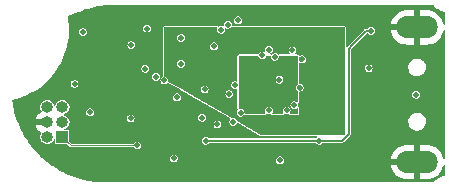
<source format=gbr>
%TF.GenerationSoftware,KiCad,Pcbnew,(7.0.0)*%
%TF.CreationDate,2023-03-08T14:18:50-08:00*%
%TF.ProjectId,ovrdrive,6f767264-7269-4766-952e-6b696361645f,rev?*%
%TF.SameCoordinates,Original*%
%TF.FileFunction,Copper,L2,Inr*%
%TF.FilePolarity,Positive*%
%FSLAX46Y46*%
G04 Gerber Fmt 4.6, Leading zero omitted, Abs format (unit mm)*
G04 Created by KiCad (PCBNEW (7.0.0)) date 2023-03-08 14:18:50*
%MOMM*%
%LPD*%
G01*
G04 APERTURE LIST*
%TA.AperFunction,ComponentPad*%
%ADD10O,3.500000X1.900000*%
%TD*%
%TA.AperFunction,ComponentPad*%
%ADD11R,1.000000X1.000000*%
%TD*%
%TA.AperFunction,ComponentPad*%
%ADD12O,1.000000X1.000000*%
%TD*%
%TA.AperFunction,ViaPad*%
%ADD13C,0.460000*%
%TD*%
%TA.AperFunction,Conductor*%
%ADD14C,0.100000*%
%TD*%
%TA.AperFunction,Conductor*%
%ADD15C,0.200000*%
%TD*%
G04 APERTURE END LIST*
D10*
%TO.N,GND*%
%TO.C,J1*%
X142099999Y-98499999D03*
X142099999Y-109899999D03*
%TD*%
D11*
%TO.N,+5V*%
%TO.C,J3*%
X112069999Y-107799999D03*
D12*
%TO.N,/MOSI*%
X110799999Y-107799999D03*
%TO.N,/~{RST}*%
X112069999Y-106529999D03*
%TO.N,GND*%
X110799999Y-106529999D03*
%TO.N,/SCK*%
X112069999Y-105259999D03*
%TO.N,/MISO*%
X110799999Y-105259999D03*
%TD*%
D13*
%TO.N,/~{RST}*%
X120700000Y-103000000D03*
%TO.N,GND*%
X143400000Y-104300000D03*
X126300000Y-110800000D03*
X112800000Y-104000000D03*
X114600000Y-99200000D03*
X111500000Y-104500000D03*
%TO.N,+1V8*%
X131750000Y-104220000D03*
X127300000Y-102200000D03*
X128600000Y-105500000D03*
X131000000Y-101200000D03*
%TO.N,/MOSI*%
X119100000Y-102000000D03*
%TO.N,/INHIBIT*%
X114400000Y-105700000D03*
X117900000Y-100000000D03*
%TO.N,Net-(JP1-B)*%
X130500000Y-109750000D03*
%TO.N,/RB1*%
X131550000Y-100450000D03*
%TO.N,/RB0*%
X130050000Y-101010000D03*
%TO.N,/~{CE1}*%
X130450000Y-102950000D03*
%TO.N,/DQS*%
X129550000Y-105540500D03*
%TO.N,Net-(U2A-~{CE})*%
X122100000Y-101600000D03*
%TO.N,/~{CE3}*%
X131050000Y-105540500D03*
%TO.N,/~{CE2}*%
X131700000Y-105100000D03*
%TO.N,/~{RE}*%
X129550000Y-100400000D03*
%TO.N,/~{CE}*%
X119250000Y-98600000D03*
X128991864Y-100879856D03*
%TO.N,/~{WP}*%
X123900000Y-106150000D03*
%TO.N,/~{WE}*%
X125200000Y-106700000D03*
%TO.N,/ALE*%
X126550000Y-106500000D03*
%TO.N,/CLE*%
X127150000Y-105740500D03*
%TO.N,+3.3V*%
X128000000Y-106500000D03*
X130600000Y-100400000D03*
X126300000Y-102700000D03*
X132400000Y-102100000D03*
X129100000Y-106500000D03*
X113800000Y-98900000D03*
X123300000Y-101304500D03*
X132400000Y-105100000D03*
%TO.N,GND*%
X132150000Y-103600000D03*
X108900000Y-105600000D03*
X119800000Y-106500000D03*
X118200000Y-98400000D03*
X132350000Y-101200000D03*
X136500000Y-108600000D03*
X132500000Y-109000000D03*
X139750000Y-110950000D03*
X114100000Y-107900000D03*
X126950000Y-97150000D03*
X117000000Y-109200000D03*
X122550000Y-105950000D03*
X137900000Y-104200000D03*
X135500000Y-97050000D03*
X119900000Y-101300000D03*
X113350000Y-109800000D03*
X122100000Y-99400000D03*
X131000000Y-110600000D03*
X117500000Y-103600000D03*
%TO.N,+5V*%
X118400000Y-108500000D03*
X124200000Y-108100000D03*
X138200000Y-98800000D03*
X133800000Y-108095500D03*
%TO.N,/Distruct_PWM*%
X138000000Y-101950000D03*
X117845500Y-106200000D03*
%TO.N,/KILL*%
X113095500Y-103300000D03*
X142000000Y-104200000D03*
%TO.N,/FD7*%
X126950000Y-97900000D03*
%TO.N,/FD6*%
X126072701Y-98279500D03*
%TO.N,/FD5*%
X125500000Y-98700000D03*
%TO.N,/FD4*%
X124900000Y-100100000D03*
%TO.N,/FD3*%
X126677375Y-103384648D03*
%TO.N,/FD2*%
X124104500Y-103764148D03*
%TO.N,/FD1*%
X121770207Y-104429793D03*
%TO.N,/FD0*%
X126204500Y-104150000D03*
%TO.N,/PB2*%
X121500000Y-109600000D03*
X120000000Y-102700000D03*
%TD*%
D14*
%TO.N,+5V*%
X118400000Y-108500000D02*
X112770000Y-108500000D01*
X112770000Y-108500000D02*
X112070000Y-107800000D01*
D15*
X136300000Y-100300000D02*
X136300000Y-107500000D01*
X138200000Y-98800000D02*
X137800000Y-98800000D01*
X136300000Y-107500000D02*
X135704500Y-108095500D01*
X133800000Y-108095500D02*
X133795500Y-108100000D01*
X137800000Y-98800000D02*
X136600000Y-100000000D01*
D14*
X116662598Y-108500000D02*
X117000000Y-108500000D01*
X116662598Y-108500000D02*
X118400000Y-108500000D01*
D15*
X135704500Y-108095500D02*
X133800000Y-108095500D01*
X136600000Y-100000000D02*
X136300000Y-100300000D01*
X133795500Y-108100000D02*
X124200000Y-108100000D01*
%TD*%
%TA.AperFunction,Conductor*%
%TO.N,GND*%
G36*
X132109960Y-103365459D02*
G01*
X132111904Y-103366048D01*
X132114126Y-103366969D01*
X132154500Y-103375000D01*
X132181034Y-103375000D01*
X132197792Y-103377954D01*
X132256115Y-103399183D01*
X132270848Y-103407688D01*
X132318401Y-103447590D01*
X132329337Y-103460623D01*
X132360370Y-103514375D01*
X132366191Y-103530366D01*
X132376969Y-103591490D01*
X132376969Y-103608508D01*
X132366191Y-103669632D01*
X132360370Y-103685623D01*
X132329337Y-103739375D01*
X132318401Y-103752409D01*
X132270851Y-103792307D01*
X132256117Y-103800815D01*
X132197792Y-103822045D01*
X132181032Y-103825000D01*
X132154500Y-103825000D01*
X132152140Y-103825469D01*
X132152134Y-103825470D01*
X132116487Y-103832561D01*
X132116483Y-103832562D01*
X132114126Y-103833031D01*
X132111908Y-103833949D01*
X132109955Y-103834542D01*
X132083823Y-103835180D01*
X132061083Y-103822292D01*
X132056314Y-103817521D01*
X132054041Y-103814810D01*
X132054030Y-103814821D01*
X132051855Y-103812448D01*
X132050015Y-103809818D01*
X131981598Y-103752409D01*
X131970660Y-103739373D01*
X131939628Y-103685623D01*
X131933807Y-103669632D01*
X131923029Y-103608508D01*
X131923029Y-103591490D01*
X131923666Y-103587881D01*
X131933807Y-103530365D01*
X131939628Y-103514375D01*
X131970663Y-103460619D01*
X131981594Y-103447593D01*
X132050015Y-103390182D01*
X132051862Y-103387543D01*
X132054028Y-103385180D01*
X132054039Y-103385190D01*
X132056312Y-103382479D01*
X132061083Y-103377706D01*
X132083825Y-103364819D01*
X132109960Y-103365459D01*
G37*
%TD.AperFunction*%
%TA.AperFunction,Conductor*%
G36*
X132397792Y-100977954D02*
G01*
X132456115Y-100999183D01*
X132470848Y-101007688D01*
X132518401Y-101047590D01*
X132529337Y-101060623D01*
X132560370Y-101114375D01*
X132566191Y-101130366D01*
X132576969Y-101191490D01*
X132576969Y-101208508D01*
X132566191Y-101269632D01*
X132560370Y-101285623D01*
X132529337Y-101339375D01*
X132518399Y-101352410D01*
X132470851Y-101392307D01*
X132456117Y-101400815D01*
X132397792Y-101422045D01*
X132381032Y-101425000D01*
X132318966Y-101425000D01*
X132302207Y-101422045D01*
X132219228Y-101391842D01*
X132219226Y-101391841D01*
X132218285Y-101391499D01*
X132218232Y-101391643D01*
X132210192Y-101390044D01*
X132197282Y-101384024D01*
X132194122Y-101383467D01*
X132194119Y-101383466D01*
X132166415Y-101378583D01*
X132164305Y-101378211D01*
X132162162Y-101378211D01*
X132154500Y-101378211D01*
X132119852Y-101363859D01*
X132105500Y-101329211D01*
X132105500Y-101079241D01*
X132118616Y-101045875D01*
X132150940Y-101030370D01*
X132182469Y-101028074D01*
X132210405Y-101016740D01*
X132228929Y-101005590D01*
X132237430Y-101001531D01*
X132280545Y-100985839D01*
X132302208Y-100977955D01*
X132318966Y-100975000D01*
X132381034Y-100975000D01*
X132397792Y-100977954D01*
G37*
%TD.AperFunction*%
%TA.AperFunction,Conductor*%
G36*
X122147792Y-99177954D02*
G01*
X122206115Y-99199183D01*
X122220848Y-99207688D01*
X122268401Y-99247590D01*
X122279337Y-99260623D01*
X122310370Y-99314375D01*
X122316191Y-99330366D01*
X122326969Y-99391490D01*
X122326969Y-99408508D01*
X122316191Y-99469632D01*
X122310370Y-99485623D01*
X122279337Y-99539375D01*
X122268399Y-99552410D01*
X122220851Y-99592307D01*
X122206117Y-99600815D01*
X122147792Y-99622045D01*
X122131032Y-99625000D01*
X122068968Y-99625000D01*
X122052209Y-99622045D01*
X121993882Y-99600815D01*
X121979149Y-99592309D01*
X121931596Y-99552407D01*
X121920661Y-99539375D01*
X121889628Y-99485623D01*
X121883807Y-99469632D01*
X121873029Y-99408508D01*
X121873029Y-99391490D01*
X121883807Y-99330366D01*
X121889628Y-99314375D01*
X121920663Y-99260619D01*
X121931594Y-99247593D01*
X121979152Y-99207687D01*
X121993880Y-99199184D01*
X122052207Y-99177954D01*
X122068966Y-99175000D01*
X122131034Y-99175000D01*
X122147792Y-99177954D01*
G37*
%TD.AperFunction*%
%TA.AperFunction,Conductor*%
G36*
X143482283Y-96628642D02*
G01*
X143498952Y-96641110D01*
X143557533Y-96708643D01*
X143725457Y-96856895D01*
X143726793Y-96857791D01*
X143726799Y-96857796D01*
X143817129Y-96918402D01*
X143911470Y-96981700D01*
X144112322Y-97080875D01*
X144324501Y-97152687D01*
X144394379Y-97166368D01*
X144422794Y-97183313D01*
X144433963Y-97214455D01*
X144433963Y-98243063D01*
X144421013Y-98276250D01*
X144389009Y-98291896D01*
X144354866Y-98281731D01*
X144336631Y-98251128D01*
X144318563Y-98142851D01*
X144317572Y-98138938D01*
X144240431Y-97914235D01*
X144238810Y-97910540D01*
X144125738Y-97701601D01*
X144123526Y-97698215D01*
X143977606Y-97510738D01*
X143974874Y-97507769D01*
X143800077Y-97346858D01*
X143796895Y-97344382D01*
X143598010Y-97214444D01*
X143594451Y-97212517D01*
X143376883Y-97117083D01*
X143373078Y-97115776D01*
X143142762Y-97057452D01*
X143138783Y-97056788D01*
X142961301Y-97042082D01*
X142959303Y-97042000D01*
X142363747Y-97042000D01*
X142356854Y-97044854D01*
X142354000Y-97051747D01*
X142354000Y-99948253D01*
X142356854Y-99955145D01*
X142363747Y-99958000D01*
X142959303Y-99958000D01*
X142961301Y-99957917D01*
X143138783Y-99943211D01*
X143142762Y-99942547D01*
X143373078Y-99884223D01*
X143376883Y-99882916D01*
X143594451Y-99787482D01*
X143598010Y-99785555D01*
X143796895Y-99655617D01*
X143800077Y-99653141D01*
X143974874Y-99492230D01*
X143977606Y-99489261D01*
X144123526Y-99301784D01*
X144125738Y-99298398D01*
X144238810Y-99089459D01*
X144240431Y-99085764D01*
X144317572Y-98861061D01*
X144318563Y-98857148D01*
X144336631Y-98748872D01*
X144354866Y-98718269D01*
X144389009Y-98708104D01*
X144421013Y-98723750D01*
X144433963Y-98756937D01*
X144433963Y-109643063D01*
X144421013Y-109676250D01*
X144389009Y-109691896D01*
X144354866Y-109681731D01*
X144336631Y-109651128D01*
X144318563Y-109542851D01*
X144317572Y-109538938D01*
X144240431Y-109314235D01*
X144238810Y-109310540D01*
X144125738Y-109101601D01*
X144123526Y-109098215D01*
X143977606Y-108910738D01*
X143974874Y-108907769D01*
X143800077Y-108746858D01*
X143796895Y-108744382D01*
X143598010Y-108614444D01*
X143594451Y-108612517D01*
X143376883Y-108517083D01*
X143373078Y-108515776D01*
X143142762Y-108457452D01*
X143138783Y-108456788D01*
X142961301Y-108442082D01*
X142959303Y-108442000D01*
X142363747Y-108442000D01*
X142356854Y-108444854D01*
X142354000Y-108451747D01*
X142354000Y-111348253D01*
X142356854Y-111355145D01*
X142363747Y-111358000D01*
X142959303Y-111358000D01*
X142961301Y-111357917D01*
X143138783Y-111343211D01*
X143142762Y-111342547D01*
X143373078Y-111284223D01*
X143376883Y-111282916D01*
X143594451Y-111187482D01*
X143598010Y-111185555D01*
X143796895Y-111055617D01*
X143800077Y-111053141D01*
X143974874Y-110892230D01*
X143977606Y-110889261D01*
X144123526Y-110701784D01*
X144125738Y-110698398D01*
X144238810Y-110489459D01*
X144240431Y-110485764D01*
X144317572Y-110261061D01*
X144318563Y-110257148D01*
X144336631Y-110148872D01*
X144354866Y-110118269D01*
X144389009Y-110108104D01*
X144421013Y-110123750D01*
X144433963Y-110156937D01*
X144433963Y-111032991D01*
X144422794Y-111064133D01*
X144394378Y-111081078D01*
X144326096Y-111094446D01*
X144326085Y-111094448D01*
X144324501Y-111094759D01*
X144322967Y-111095278D01*
X144322960Y-111095280D01*
X144113858Y-111166048D01*
X144113851Y-111166050D01*
X144112323Y-111166568D01*
X144110880Y-111167280D01*
X144110869Y-111167285D01*
X143912922Y-111265022D01*
X143912909Y-111265029D01*
X143911472Y-111265739D01*
X143910138Y-111266633D01*
X143910131Y-111266638D01*
X143726798Y-111389638D01*
X143726788Y-111389645D01*
X143725458Y-111390538D01*
X143724254Y-111391600D01*
X143724246Y-111391607D01*
X143558744Y-111537714D01*
X143558735Y-111537722D01*
X143557532Y-111538785D01*
X143556485Y-111539991D01*
X143556471Y-111540006D01*
X143498939Y-111606328D01*
X143482268Y-111618797D01*
X143461925Y-111623219D01*
X115800635Y-111623219D01*
X115800496Y-111623217D01*
X115800496Y-111623215D01*
X115800391Y-111623215D01*
X115799401Y-111623203D01*
X115795508Y-111623104D01*
X115481885Y-111615201D01*
X115481809Y-111615199D01*
X115268283Y-111609483D01*
X115265129Y-111609297D01*
X114974267Y-111582681D01*
X114974046Y-111582568D01*
X114974038Y-111582660D01*
X114729710Y-111559139D01*
X114726728Y-111558759D01*
X114444383Y-111513972D01*
X114444003Y-111513910D01*
X114285763Y-111487531D01*
X114195799Y-111472534D01*
X114193014Y-111471987D01*
X114008016Y-111429962D01*
X113916824Y-111409246D01*
X113916299Y-111409123D01*
X113668994Y-111350073D01*
X113666389Y-111349375D01*
X113396392Y-111268970D01*
X113395728Y-111268767D01*
X113151682Y-111192313D01*
X113149276Y-111191490D01*
X112886023Y-111093752D01*
X112885231Y-111093450D01*
X112646248Y-110999986D01*
X112644045Y-110999062D01*
X112388358Y-110884401D01*
X112387448Y-110883982D01*
X112154989Y-110773975D01*
X112152991Y-110772973D01*
X111905756Y-110641856D01*
X111904741Y-110641302D01*
X111680139Y-110515310D01*
X111678347Y-110514254D01*
X111514271Y-110412826D01*
X111440509Y-110367228D01*
X111439488Y-110366578D01*
X111272615Y-110257148D01*
X111223885Y-110225192D01*
X111222296Y-110224104D01*
X111133914Y-110161042D01*
X139865400Y-110161042D01*
X139881436Y-110257148D01*
X139882427Y-110261061D01*
X139959568Y-110485764D01*
X139961189Y-110489459D01*
X140074261Y-110698398D01*
X140076473Y-110701784D01*
X140222393Y-110889261D01*
X140225125Y-110892230D01*
X140399922Y-111053141D01*
X140403104Y-111055617D01*
X140601989Y-111185555D01*
X140605548Y-111187482D01*
X140823116Y-111282916D01*
X140826921Y-111284223D01*
X141057237Y-111342547D01*
X141061216Y-111343211D01*
X141238698Y-111357917D01*
X141240697Y-111358000D01*
X141836253Y-111358000D01*
X141843145Y-111355145D01*
X141846000Y-111348253D01*
X141846000Y-110163747D01*
X141843145Y-110156854D01*
X141836253Y-110154000D01*
X139871365Y-110154000D01*
X139866081Y-110155572D01*
X139865400Y-110161042D01*
X111133914Y-110161042D01*
X110994849Y-110061817D01*
X110993669Y-110060949D01*
X110788298Y-109904946D01*
X110786907Y-109903849D01*
X110570709Y-109726933D01*
X110569473Y-109725887D01*
X110430424Y-109604219D01*
X110425602Y-109600000D01*
X121164402Y-109600000D01*
X121184641Y-109714781D01*
X121242917Y-109815718D01*
X121332201Y-109890636D01*
X121416404Y-109921284D01*
X121437693Y-109929033D01*
X121437694Y-109929033D01*
X121441724Y-109930500D01*
X121553987Y-109930500D01*
X121558276Y-109930500D01*
X121667799Y-109890636D01*
X121757083Y-109815718D01*
X121795025Y-109750000D01*
X130164402Y-109750000D01*
X130184641Y-109864781D01*
X130242917Y-109965718D01*
X130332201Y-110040636D01*
X130416404Y-110071284D01*
X130437693Y-110079033D01*
X130437694Y-110079033D01*
X130441724Y-110080500D01*
X130553987Y-110080500D01*
X130558276Y-110080500D01*
X130667799Y-110040636D01*
X130757083Y-109965718D01*
X130815359Y-109864781D01*
X130835598Y-109750000D01*
X130816018Y-109638957D01*
X139865400Y-109638957D01*
X139866081Y-109644427D01*
X139871365Y-109646000D01*
X141836253Y-109646000D01*
X141843145Y-109643145D01*
X141846000Y-109636253D01*
X141846000Y-108451747D01*
X141843145Y-108444854D01*
X141836253Y-108442000D01*
X141240697Y-108442000D01*
X141238698Y-108442082D01*
X141061216Y-108456788D01*
X141057237Y-108457452D01*
X140826921Y-108515776D01*
X140823116Y-108517083D01*
X140605548Y-108612517D01*
X140601989Y-108614444D01*
X140403104Y-108744382D01*
X140399922Y-108746858D01*
X140225125Y-108907769D01*
X140222393Y-108910738D01*
X140076473Y-109098215D01*
X140074261Y-109101601D01*
X139961189Y-109310540D01*
X139959568Y-109314235D01*
X139882427Y-109538938D01*
X139881436Y-109542851D01*
X139865400Y-109638957D01*
X130816018Y-109638957D01*
X130815359Y-109635219D01*
X130757083Y-109534282D01*
X130753799Y-109531526D01*
X130753798Y-109531525D01*
X130671081Y-109462118D01*
X130667799Y-109459364D01*
X130652432Y-109453770D01*
X130562306Y-109420966D01*
X130562301Y-109420965D01*
X130558276Y-109419500D01*
X130441724Y-109419500D01*
X130437699Y-109420964D01*
X130437693Y-109420966D01*
X130336228Y-109457898D01*
X130336226Y-109457898D01*
X130332201Y-109459364D01*
X130328920Y-109462116D01*
X130328918Y-109462118D01*
X130246201Y-109531525D01*
X130246197Y-109531529D01*
X130242917Y-109534282D01*
X130240774Y-109537993D01*
X130240772Y-109537996D01*
X130202539Y-109604219D01*
X130184641Y-109635219D01*
X130164402Y-109750000D01*
X121795025Y-109750000D01*
X121815359Y-109714781D01*
X121835598Y-109600000D01*
X121815359Y-109485219D01*
X121757083Y-109384282D01*
X121753799Y-109381526D01*
X121753798Y-109381525D01*
X121671081Y-109312118D01*
X121667799Y-109309364D01*
X121652432Y-109303770D01*
X121562306Y-109270966D01*
X121562301Y-109270965D01*
X121558276Y-109269500D01*
X121441724Y-109269500D01*
X121437699Y-109270964D01*
X121437693Y-109270966D01*
X121336228Y-109307898D01*
X121336226Y-109307898D01*
X121332201Y-109309364D01*
X121328920Y-109312116D01*
X121328918Y-109312118D01*
X121246201Y-109381525D01*
X121246197Y-109381529D01*
X121242917Y-109384282D01*
X121240774Y-109387993D01*
X121240772Y-109387996D01*
X121186784Y-109481507D01*
X121184641Y-109485219D01*
X121164402Y-109600000D01*
X110425602Y-109600000D01*
X110375347Y-109556026D01*
X110374179Y-109554970D01*
X110191642Y-109384282D01*
X110170138Y-109364174D01*
X110168865Y-109362941D01*
X109986956Y-109180068D01*
X109985939Y-109179014D01*
X109794921Y-108975147D01*
X109793632Y-108973716D01*
X109692953Y-108857422D01*
X109624868Y-108778776D01*
X109624035Y-108777787D01*
X109598674Y-108746858D01*
X109446776Y-108561614D01*
X109445528Y-108560024D01*
X109290804Y-108354088D01*
X109290130Y-108353169D01*
X109283020Y-108343225D01*
X109127350Y-108125518D01*
X109126100Y-108123682D01*
X108986170Y-107907819D01*
X108985684Y-107907052D01*
X108838069Y-107668800D01*
X108836904Y-107666814D01*
X108712471Y-107442216D01*
X108712128Y-107441584D01*
X108631596Y-107290101D01*
X108580305Y-107193621D01*
X108579170Y-107191346D01*
X108512523Y-107048568D01*
X108470932Y-106959467D01*
X108470727Y-106959020D01*
X108395331Y-106791346D01*
X109825921Y-106791346D01*
X109863523Y-106915301D01*
X109865362Y-106919740D01*
X109956688Y-107090598D01*
X109959350Y-107094584D01*
X110082264Y-107244355D01*
X110085644Y-107247735D01*
X110235415Y-107370649D01*
X110239400Y-107373311D01*
X110281431Y-107395777D01*
X110301292Y-107415422D01*
X110307190Y-107442728D01*
X110297208Y-107468819D01*
X110277420Y-107494607D01*
X110277413Y-107494618D01*
X110275464Y-107497159D01*
X110274236Y-107500122D01*
X110274235Y-107500125D01*
X110216184Y-107640272D01*
X110216182Y-107640275D01*
X110214956Y-107643238D01*
X110214537Y-107646417D01*
X110214537Y-107646419D01*
X110201428Y-107745991D01*
X110194318Y-107800000D01*
X110194737Y-107803183D01*
X110208512Y-107907819D01*
X110214956Y-107956762D01*
X110216183Y-107959726D01*
X110216184Y-107959727D01*
X110225206Y-107981507D01*
X110275464Y-108102841D01*
X110277420Y-108105390D01*
X110368220Y-108223724D01*
X110371718Y-108228282D01*
X110497159Y-108324536D01*
X110643238Y-108385044D01*
X110800000Y-108405682D01*
X110956762Y-108385044D01*
X111102841Y-108324536D01*
X111228282Y-108228282D01*
X111324536Y-108102841D01*
X111327461Y-108095781D01*
X111342522Y-108059419D01*
X111375230Y-107980453D01*
X111397401Y-107955991D01*
X111430059Y-107951146D01*
X111458377Y-107968120D01*
X111469500Y-107999205D01*
X111469500Y-108307494D01*
X111469500Y-108307504D01*
X111469501Y-108309898D01*
X111469968Y-108312248D01*
X111469969Y-108312254D01*
X111474389Y-108334479D01*
X111474390Y-108334481D01*
X111475331Y-108339213D01*
X111497543Y-108372457D01*
X111530787Y-108394669D01*
X111560101Y-108400500D01*
X112437364Y-108400499D01*
X112472012Y-108414851D01*
X112557162Y-108500000D01*
X112635065Y-108577903D01*
X112635065Y-108577904D01*
X112692096Y-108634935D01*
X112705677Y-108638573D01*
X112717497Y-108643469D01*
X112729673Y-108650500D01*
X112750186Y-108650500D01*
X112810326Y-108650500D01*
X116642784Y-108650500D01*
X118076973Y-108650500D01*
X118101473Y-108657065D01*
X118119408Y-108675000D01*
X118142917Y-108715718D01*
X118146199Y-108718472D01*
X118146201Y-108718474D01*
X118180028Y-108746858D01*
X118232201Y-108790636D01*
X118316404Y-108821284D01*
X118337693Y-108829033D01*
X118337694Y-108829033D01*
X118341724Y-108830500D01*
X118453987Y-108830500D01*
X118458276Y-108830500D01*
X118567799Y-108790636D01*
X118657083Y-108715718D01*
X118715359Y-108614781D01*
X118735598Y-108500000D01*
X118715359Y-108385219D01*
X118657083Y-108284282D01*
X118653799Y-108281526D01*
X118653798Y-108281525D01*
X118571081Y-108212118D01*
X118567799Y-108209364D01*
X118547600Y-108202012D01*
X118462306Y-108170966D01*
X118462301Y-108170965D01*
X118458276Y-108169500D01*
X118341724Y-108169500D01*
X118337699Y-108170964D01*
X118337693Y-108170966D01*
X118236228Y-108207898D01*
X118236226Y-108207898D01*
X118232201Y-108209364D01*
X118228920Y-108212116D01*
X118228918Y-108212118D01*
X118146201Y-108281525D01*
X118146197Y-108281529D01*
X118142917Y-108284282D01*
X118140774Y-108287993D01*
X118140772Y-108287996D01*
X118119408Y-108325000D01*
X118101473Y-108342935D01*
X118076973Y-108349500D01*
X112852635Y-108349500D01*
X112817987Y-108335148D01*
X112684851Y-108202012D01*
X112670499Y-108167364D01*
X112670499Y-107292506D01*
X112670499Y-107290102D01*
X112664669Y-107260787D01*
X112642457Y-107227543D01*
X112609213Y-107205331D01*
X112604478Y-107204389D01*
X112582264Y-107199970D01*
X112582259Y-107199969D01*
X112579899Y-107199500D01*
X112577489Y-107199500D01*
X112269206Y-107199500D01*
X112238121Y-107188377D01*
X112221148Y-107160059D01*
X112225992Y-107127401D01*
X112250455Y-107105230D01*
X112369872Y-107055766D01*
X112369873Y-107055765D01*
X112372841Y-107054536D01*
X112498282Y-106958282D01*
X112594536Y-106832841D01*
X112649561Y-106700000D01*
X124864402Y-106700000D01*
X124884641Y-106814781D01*
X124942917Y-106915718D01*
X125032201Y-106990636D01*
X125113871Y-107020362D01*
X125137693Y-107029033D01*
X125137694Y-107029033D01*
X125141724Y-107030500D01*
X125253987Y-107030500D01*
X125258276Y-107030500D01*
X125367799Y-106990636D01*
X125457083Y-106915718D01*
X125515359Y-106814781D01*
X125535598Y-106700000D01*
X125515359Y-106585219D01*
X125457083Y-106484282D01*
X125453799Y-106481526D01*
X125453798Y-106481525D01*
X125371081Y-106412118D01*
X125367799Y-106409364D01*
X125352432Y-106403770D01*
X125262306Y-106370966D01*
X125262301Y-106370965D01*
X125258276Y-106369500D01*
X125141724Y-106369500D01*
X125137699Y-106370964D01*
X125137693Y-106370966D01*
X125036228Y-106407898D01*
X125036226Y-106407898D01*
X125032201Y-106409364D01*
X125028920Y-106412116D01*
X125028918Y-106412118D01*
X124946201Y-106481525D01*
X124946197Y-106481529D01*
X124942917Y-106484282D01*
X124940774Y-106487993D01*
X124940772Y-106487996D01*
X124916233Y-106530500D01*
X124884641Y-106585219D01*
X124883897Y-106589437D01*
X124883897Y-106589438D01*
X124879428Y-106614781D01*
X124864402Y-106700000D01*
X112649561Y-106700000D01*
X112655044Y-106686762D01*
X112675682Y-106530000D01*
X112655044Y-106373238D01*
X112594536Y-106227159D01*
X112573696Y-106200000D01*
X117509902Y-106200000D01*
X117530141Y-106314781D01*
X117562967Y-106371637D01*
X117584748Y-106409364D01*
X117588417Y-106415718D01*
X117591699Y-106418472D01*
X117591701Y-106418474D01*
X117643141Y-106461637D01*
X117677701Y-106490636D01*
X117761904Y-106521284D01*
X117783193Y-106529033D01*
X117783194Y-106529033D01*
X117787224Y-106530500D01*
X117899487Y-106530500D01*
X117903776Y-106530500D01*
X118013299Y-106490636D01*
X118102583Y-106415718D01*
X118160859Y-106314781D01*
X118181098Y-106200000D01*
X118172282Y-106150000D01*
X123564402Y-106150000D01*
X123584641Y-106264781D01*
X123642917Y-106365718D01*
X123646199Y-106368472D01*
X123646201Y-106368474D01*
X123666157Y-106385219D01*
X123732201Y-106440636D01*
X123790864Y-106461988D01*
X123837693Y-106479033D01*
X123837694Y-106479033D01*
X123841724Y-106480500D01*
X123953987Y-106480500D01*
X123958276Y-106480500D01*
X124067799Y-106440636D01*
X124157083Y-106365718D01*
X124215359Y-106264781D01*
X124235598Y-106150000D01*
X124215359Y-106035219D01*
X124157083Y-105934282D01*
X124153799Y-105931526D01*
X124153798Y-105931525D01*
X124077397Y-105867418D01*
X124067799Y-105859364D01*
X124032231Y-105846418D01*
X123962306Y-105820966D01*
X123962301Y-105820965D01*
X123958276Y-105819500D01*
X123841724Y-105819500D01*
X123837699Y-105820964D01*
X123837693Y-105820966D01*
X123736228Y-105857898D01*
X123736226Y-105857898D01*
X123732201Y-105859364D01*
X123728920Y-105862116D01*
X123728918Y-105862118D01*
X123646201Y-105931525D01*
X123646197Y-105931529D01*
X123642917Y-105934282D01*
X123640774Y-105937993D01*
X123640772Y-105937996D01*
X123586908Y-106031292D01*
X123584641Y-106035219D01*
X123564402Y-106150000D01*
X118172282Y-106150000D01*
X118160859Y-106085219D01*
X118102583Y-105984282D01*
X118099299Y-105981526D01*
X118099298Y-105981525D01*
X118016581Y-105912118D01*
X118013299Y-105909364D01*
X117973819Y-105894994D01*
X117907806Y-105870966D01*
X117907801Y-105870965D01*
X117903776Y-105869500D01*
X117787224Y-105869500D01*
X117783199Y-105870964D01*
X117783193Y-105870966D01*
X117681728Y-105907898D01*
X117681726Y-105907898D01*
X117677701Y-105909364D01*
X117674420Y-105912116D01*
X117674418Y-105912118D01*
X117591701Y-105981525D01*
X117591697Y-105981529D01*
X117588417Y-105984282D01*
X117586274Y-105987993D01*
X117586272Y-105987996D01*
X117551178Y-106048782D01*
X117530141Y-106085219D01*
X117509902Y-106200000D01*
X112573696Y-106200000D01*
X112498282Y-106101718D01*
X112471942Y-106081507D01*
X112375390Y-106007420D01*
X112372841Y-106005464D01*
X112315047Y-105981525D01*
X112229727Y-105946184D01*
X112229726Y-105946183D01*
X112226762Y-105944956D01*
X112223583Y-105944537D01*
X112223574Y-105944535D01*
X112216313Y-105943579D01*
X112185870Y-105927304D01*
X112173713Y-105894994D01*
X112185876Y-105862687D01*
X112216320Y-105846418D01*
X112226762Y-105845044D01*
X112372841Y-105784536D01*
X112483011Y-105700000D01*
X114064402Y-105700000D01*
X114065146Y-105704219D01*
X114079524Y-105785764D01*
X114084641Y-105814781D01*
X114127763Y-105889470D01*
X114139248Y-105909364D01*
X114142917Y-105915718D01*
X114146199Y-105918472D01*
X114146201Y-105918474D01*
X114197871Y-105961830D01*
X114232201Y-105990636D01*
X114289334Y-106011431D01*
X114337693Y-106029033D01*
X114337694Y-106029033D01*
X114341724Y-106030500D01*
X114453987Y-106030500D01*
X114458276Y-106030500D01*
X114567799Y-105990636D01*
X114657083Y-105915718D01*
X114715359Y-105814781D01*
X114720476Y-105785764D01*
X114734854Y-105704219D01*
X114735598Y-105700000D01*
X114715359Y-105585219D01*
X114657083Y-105484282D01*
X114653799Y-105481526D01*
X114653798Y-105481525D01*
X114571081Y-105412118D01*
X114567799Y-105409364D01*
X114552432Y-105403770D01*
X114462306Y-105370966D01*
X114462301Y-105370965D01*
X114458276Y-105369500D01*
X114341724Y-105369500D01*
X114337699Y-105370964D01*
X114337693Y-105370966D01*
X114236228Y-105407898D01*
X114236226Y-105407898D01*
X114232201Y-105409364D01*
X114228920Y-105412116D01*
X114228918Y-105412118D01*
X114146201Y-105481525D01*
X114146197Y-105481529D01*
X114142917Y-105484282D01*
X114140774Y-105487993D01*
X114140772Y-105487996D01*
X114099274Y-105559874D01*
X114084641Y-105585219D01*
X114064402Y-105700000D01*
X112483011Y-105700000D01*
X112498282Y-105688282D01*
X112594536Y-105562841D01*
X112655044Y-105416762D01*
X112675682Y-105260000D01*
X112655044Y-105103238D01*
X112594536Y-104957159D01*
X112498282Y-104831718D01*
X112372841Y-104735464D01*
X112226762Y-104674956D01*
X112223580Y-104674537D01*
X112073183Y-104654737D01*
X112070000Y-104654318D01*
X112066817Y-104654737D01*
X111916419Y-104674537D01*
X111916417Y-104674537D01*
X111913238Y-104674956D01*
X111910275Y-104676182D01*
X111910272Y-104676184D01*
X111770125Y-104734235D01*
X111770122Y-104734236D01*
X111767159Y-104735464D01*
X111764612Y-104737417D01*
X111764609Y-104737420D01*
X111644266Y-104829762D01*
X111644262Y-104829765D01*
X111641718Y-104831718D01*
X111639765Y-104834262D01*
X111639762Y-104834266D01*
X111547420Y-104954609D01*
X111547417Y-104954612D01*
X111545464Y-104957159D01*
X111544236Y-104960122D01*
X111544235Y-104960125D01*
X111486184Y-105100272D01*
X111486182Y-105100275D01*
X111484956Y-105103238D01*
X111484537Y-105106417D01*
X111484537Y-105106419D01*
X111483581Y-105113682D01*
X111467308Y-105144126D01*
X111435000Y-105156286D01*
X111402692Y-105144126D01*
X111386419Y-105113682D01*
X111386385Y-105113426D01*
X111385044Y-105103238D01*
X111324536Y-104957159D01*
X111228282Y-104831718D01*
X111102841Y-104735464D01*
X110956762Y-104674956D01*
X110953580Y-104674537D01*
X110803183Y-104654737D01*
X110800000Y-104654318D01*
X110796817Y-104654737D01*
X110646419Y-104674537D01*
X110646417Y-104674537D01*
X110643238Y-104674956D01*
X110640275Y-104676182D01*
X110640272Y-104676184D01*
X110500125Y-104734235D01*
X110500122Y-104734236D01*
X110497159Y-104735464D01*
X110494612Y-104737417D01*
X110494609Y-104737420D01*
X110374266Y-104829762D01*
X110374262Y-104829765D01*
X110371718Y-104831718D01*
X110369765Y-104834262D01*
X110369762Y-104834266D01*
X110277420Y-104954609D01*
X110277417Y-104954612D01*
X110275464Y-104957159D01*
X110274236Y-104960122D01*
X110274235Y-104960125D01*
X110216184Y-105100272D01*
X110216182Y-105100275D01*
X110214956Y-105103238D01*
X110214537Y-105106417D01*
X110214537Y-105106419D01*
X110207972Y-105156286D01*
X110194318Y-105260000D01*
X110214956Y-105416762D01*
X110275464Y-105562841D01*
X110277418Y-105565387D01*
X110297207Y-105591178D01*
X110307189Y-105617269D01*
X110301292Y-105644575D01*
X110281432Y-105664220D01*
X110239401Y-105686687D01*
X110235416Y-105689349D01*
X110085644Y-105812264D01*
X110082264Y-105815644D01*
X109959350Y-105965415D01*
X109956688Y-105969401D01*
X109865362Y-106140259D01*
X109863523Y-106144698D01*
X109825921Y-106268653D01*
X109826013Y-106274277D01*
X109831373Y-106276000D01*
X111005000Y-106276000D01*
X111039648Y-106290352D01*
X111054000Y-106325000D01*
X111054000Y-106735000D01*
X111039648Y-106769648D01*
X111005000Y-106784000D01*
X109831373Y-106784000D01*
X109826013Y-106785722D01*
X109825921Y-106791346D01*
X108395331Y-106791346D01*
X108355169Y-106702028D01*
X108354146Y-106699575D01*
X108262673Y-106461988D01*
X108262650Y-106461927D01*
X108163739Y-106196338D01*
X108162839Y-106193688D01*
X108088790Y-105952865D01*
X108006889Y-105678853D01*
X108006126Y-105675983D01*
X107950354Y-105436820D01*
X107945776Y-105416762D01*
X107885327Y-105151899D01*
X107884726Y-105148803D01*
X107853391Y-104954609D01*
X107852636Y-104949936D01*
X107808019Y-104670485D01*
X107816130Y-104634855D01*
X107846642Y-104614744D01*
X108029268Y-104577612D01*
X108478986Y-104449106D01*
X108530886Y-104429793D01*
X121434609Y-104429793D01*
X121454848Y-104544574D01*
X121513124Y-104645511D01*
X121516406Y-104648265D01*
X121516408Y-104648267D01*
X121524119Y-104654737D01*
X121602408Y-104720429D01*
X121686611Y-104751077D01*
X121707900Y-104758826D01*
X121707901Y-104758826D01*
X121711931Y-104760293D01*
X121824194Y-104760293D01*
X121828483Y-104760293D01*
X121938006Y-104720429D01*
X122027290Y-104645511D01*
X122085566Y-104544574D01*
X122105805Y-104429793D01*
X122085566Y-104315012D01*
X122027290Y-104214075D01*
X122024006Y-104211319D01*
X122024005Y-104211318D01*
X121941288Y-104141911D01*
X121938006Y-104139157D01*
X121922639Y-104133563D01*
X121832513Y-104100759D01*
X121832508Y-104100758D01*
X121828483Y-104099293D01*
X121711931Y-104099293D01*
X121707906Y-104100757D01*
X121707900Y-104100759D01*
X121606435Y-104137691D01*
X121606433Y-104137691D01*
X121602408Y-104139157D01*
X121599127Y-104141909D01*
X121599125Y-104141911D01*
X121516408Y-104211318D01*
X121516404Y-104211322D01*
X121513124Y-104214075D01*
X121510981Y-104217786D01*
X121510979Y-104217789D01*
X121497272Y-104241531D01*
X121454848Y-104315012D01*
X121434609Y-104429793D01*
X108530886Y-104429793D01*
X108917338Y-104285988D01*
X109341665Y-104089249D01*
X109749393Y-103860082D01*
X110138049Y-103599876D01*
X110505274Y-103310212D01*
X110516329Y-103300000D01*
X112759902Y-103300000D01*
X112780141Y-103414781D01*
X112838417Y-103515718D01*
X112841699Y-103518472D01*
X112841701Y-103518474D01*
X112893371Y-103561830D01*
X112927701Y-103590636D01*
X113011904Y-103621284D01*
X113033193Y-103629033D01*
X113033194Y-103629033D01*
X113037224Y-103630500D01*
X113149487Y-103630500D01*
X113153776Y-103630500D01*
X113263299Y-103590636D01*
X113352583Y-103515718D01*
X113410859Y-103414781D01*
X113431098Y-103300000D01*
X113410859Y-103185219D01*
X113352583Y-103084282D01*
X113349299Y-103081526D01*
X113349298Y-103081525D01*
X113266581Y-103012118D01*
X113263299Y-103009364D01*
X113225981Y-102995781D01*
X113157806Y-102970966D01*
X113157801Y-102970965D01*
X113153776Y-102969500D01*
X113037224Y-102969500D01*
X113033199Y-102970964D01*
X113033193Y-102970966D01*
X112931728Y-103007898D01*
X112931726Y-103007898D01*
X112927701Y-103009364D01*
X112924420Y-103012116D01*
X112924418Y-103012118D01*
X112841701Y-103081525D01*
X112841697Y-103081529D01*
X112838417Y-103084282D01*
X112836274Y-103087993D01*
X112836272Y-103087996D01*
X112784672Y-103177371D01*
X112780141Y-103185219D01*
X112759902Y-103300000D01*
X110516329Y-103300000D01*
X110848841Y-102992845D01*
X111120078Y-102700000D01*
X119664402Y-102700000D01*
X119684641Y-102814781D01*
X119742917Y-102915718D01*
X119832201Y-102990636D01*
X119916404Y-103021284D01*
X119937693Y-103029033D01*
X119937694Y-103029033D01*
X119941724Y-103030500D01*
X120053987Y-103030500D01*
X120058276Y-103030500D01*
X120142072Y-103000000D01*
X120364402Y-103000000D01*
X120384641Y-103114781D01*
X120386784Y-103118492D01*
X120432926Y-103198414D01*
X120442917Y-103215718D01*
X120532201Y-103290636D01*
X120587603Y-103310801D01*
X120637693Y-103329033D01*
X120637694Y-103329033D01*
X120641724Y-103330500D01*
X120753987Y-103330500D01*
X120758276Y-103330500D01*
X120867799Y-103290636D01*
X120957083Y-103215718D01*
X120957818Y-103214444D01*
X120985528Y-103198414D01*
X121018480Y-103204143D01*
X121333401Y-103384647D01*
X121493095Y-103476179D01*
X121995509Y-103764148D01*
X122155201Y-103855679D01*
X122668697Y-104150000D01*
X122828389Y-104241531D01*
X126275036Y-106217048D01*
X126294388Y-106237433D01*
X126299354Y-106265101D01*
X126291498Y-106283462D01*
X126292917Y-106284282D01*
X126242483Y-106371637D01*
X126234641Y-106385219D01*
X126214402Y-106500000D01*
X126234641Y-106614781D01*
X126292917Y-106715718D01*
X126296199Y-106718472D01*
X126296201Y-106718474D01*
X126315896Y-106735000D01*
X126382201Y-106790636D01*
X126458733Y-106818492D01*
X126487693Y-106829033D01*
X126487694Y-106829033D01*
X126491724Y-106830500D01*
X126603987Y-106830500D01*
X126608276Y-106830500D01*
X126717799Y-106790636D01*
X126807083Y-106715718D01*
X126865359Y-106614781D01*
X126866185Y-106615258D01*
X126879415Y-106597465D01*
X126905767Y-106587825D01*
X126933086Y-106594223D01*
X128836218Y-107685043D01*
X128861536Y-107695460D01*
X128885903Y-107701948D01*
X128913048Y-107705500D01*
X133627308Y-107705500D01*
X133658805Y-107716964D01*
X133675564Y-107745991D01*
X133669743Y-107779000D01*
X133644067Y-107800545D01*
X133636228Y-107803398D01*
X133636226Y-107803398D01*
X133632201Y-107804864D01*
X133628920Y-107807616D01*
X133628918Y-107807618D01*
X133546200Y-107877026D01*
X133546196Y-107877030D01*
X133542917Y-107879782D01*
X133541326Y-107882536D01*
X133525202Y-107894909D01*
X133504494Y-107899500D01*
X124491730Y-107899500D01*
X124471022Y-107894909D01*
X124457117Y-107884240D01*
X124457083Y-107884282D01*
X124456131Y-107883483D01*
X124456128Y-107883481D01*
X124453797Y-107881525D01*
X124371081Y-107812118D01*
X124367799Y-107809364D01*
X124342072Y-107800000D01*
X124262306Y-107770966D01*
X124262301Y-107770965D01*
X124258276Y-107769500D01*
X124141724Y-107769500D01*
X124137699Y-107770964D01*
X124137693Y-107770966D01*
X124036228Y-107807898D01*
X124036226Y-107807898D01*
X124032201Y-107809364D01*
X124028920Y-107812116D01*
X124028918Y-107812118D01*
X123946201Y-107881525D01*
X123946197Y-107881529D01*
X123942917Y-107884282D01*
X123940774Y-107887993D01*
X123940772Y-107887996D01*
X123899359Y-107959727D01*
X123884641Y-107985219D01*
X123864402Y-108100000D01*
X123884641Y-108214781D01*
X123905729Y-108251306D01*
X123940749Y-108311964D01*
X123942917Y-108315718D01*
X123946199Y-108318472D01*
X123946201Y-108318474D01*
X123983177Y-108349500D01*
X124032201Y-108390636D01*
X124098730Y-108414851D01*
X124137693Y-108429033D01*
X124137694Y-108429033D01*
X124141724Y-108430500D01*
X124253987Y-108430500D01*
X124258276Y-108430500D01*
X124367799Y-108390636D01*
X124457083Y-108315718D01*
X124457117Y-108315759D01*
X124471022Y-108305091D01*
X124491730Y-108300500D01*
X133512309Y-108300500D01*
X133543806Y-108311964D01*
X133543868Y-108312016D01*
X133632201Y-108386136D01*
X133711093Y-108414851D01*
X133737693Y-108424533D01*
X133737694Y-108424533D01*
X133741724Y-108426000D01*
X133853987Y-108426000D01*
X133858276Y-108426000D01*
X133967799Y-108386136D01*
X134057083Y-108311218D01*
X134057117Y-108311259D01*
X134071022Y-108300591D01*
X134091730Y-108296000D01*
X135662112Y-108296000D01*
X135670771Y-108297471D01*
X135670777Y-108297420D01*
X135676260Y-108298037D01*
X135681474Y-108299862D01*
X135713021Y-108296308D01*
X135718507Y-108296000D01*
X135724336Y-108296000D01*
X135727090Y-108296000D01*
X135735460Y-108294089D01*
X135740867Y-108293170D01*
X135772424Y-108289616D01*
X135777098Y-108286678D01*
X135782312Y-108284854D01*
X135782329Y-108284902D01*
X135783394Y-108284461D01*
X135783372Y-108284414D01*
X135788344Y-108282019D01*
X135793731Y-108280790D01*
X135818564Y-108260985D01*
X135823037Y-108257812D01*
X135830301Y-108253248D01*
X135836377Y-108247171D01*
X135840446Y-108243533D01*
X135865288Y-108223724D01*
X135867683Y-108218749D01*
X135871126Y-108214432D01*
X135871165Y-108214463D01*
X135876247Y-108207300D01*
X136411800Y-107671747D01*
X136418963Y-107666665D01*
X136418932Y-107666626D01*
X136423249Y-107663183D01*
X136428224Y-107660788D01*
X136448033Y-107635946D01*
X136451671Y-107631877D01*
X136457748Y-107625801D01*
X136462312Y-107618537D01*
X136465485Y-107614064D01*
X136485290Y-107589231D01*
X136486519Y-107583844D01*
X136488914Y-107578872D01*
X136488961Y-107578894D01*
X136489402Y-107577829D01*
X136489354Y-107577812D01*
X136491178Y-107572598D01*
X136494116Y-107567924D01*
X136497670Y-107536367D01*
X136498589Y-107530960D01*
X136500500Y-107522590D01*
X136500500Y-107514007D01*
X136500808Y-107508522D01*
X136503744Y-107482459D01*
X136504362Y-107476974D01*
X136502538Y-107471762D01*
X136501920Y-107466277D01*
X136501971Y-107466271D01*
X136500500Y-107457612D01*
X136500500Y-106543935D01*
X141345669Y-106543935D01*
X141346162Y-106546734D01*
X141346163Y-106546741D01*
X141375640Y-106713906D01*
X141376135Y-106716711D01*
X141377260Y-106719320D01*
X141377262Y-106719325D01*
X141444492Y-106875183D01*
X141445623Y-106877804D01*
X141447324Y-106880088D01*
X141447327Y-106880094D01*
X141476843Y-106919740D01*
X141550390Y-107018530D01*
X141567386Y-107032791D01*
X141682602Y-107129470D01*
X141682605Y-107129472D01*
X141684786Y-107131302D01*
X141841567Y-107210040D01*
X142012279Y-107250500D01*
X142142290Y-107250500D01*
X142143709Y-107250500D01*
X142274255Y-107235241D01*
X142439117Y-107175237D01*
X142585696Y-107078830D01*
X142706092Y-106951218D01*
X142793812Y-106799281D01*
X142844130Y-106631210D01*
X142854331Y-106456065D01*
X142823865Y-106283289D01*
X142754377Y-106122196D01*
X142752674Y-106119908D01*
X142752672Y-106119905D01*
X142686701Y-106031292D01*
X142649610Y-105981470D01*
X142585058Y-105927304D01*
X142517397Y-105870529D01*
X142517392Y-105870526D01*
X142515214Y-105868698D01*
X142512668Y-105867419D01*
X142512666Y-105867418D01*
X142360982Y-105791240D01*
X142360980Y-105791239D01*
X142358433Y-105789960D01*
X142355662Y-105789303D01*
X142355656Y-105789301D01*
X142190502Y-105750159D01*
X142190501Y-105750158D01*
X142187721Y-105749500D01*
X142056291Y-105749500D01*
X142054891Y-105749663D01*
X142054884Y-105749664D01*
X141928578Y-105764427D01*
X141928570Y-105764428D01*
X141925745Y-105764759D01*
X141923066Y-105765734D01*
X141923062Y-105765735D01*
X141763563Y-105823787D01*
X141763558Y-105823789D01*
X141760883Y-105824763D01*
X141758505Y-105826326D01*
X141758499Y-105826330D01*
X141616688Y-105919601D01*
X141616682Y-105919605D01*
X141614304Y-105921170D01*
X141612350Y-105923240D01*
X141612344Y-105923246D01*
X141495868Y-106046704D01*
X141493908Y-106048782D01*
X141492484Y-106051247D01*
X141492479Y-106051255D01*
X141407617Y-106198242D01*
X141407613Y-106198249D01*
X141406188Y-106200719D01*
X141405370Y-106203450D01*
X141405367Y-106203458D01*
X141356688Y-106366056D01*
X141356687Y-106366060D01*
X141355870Y-106368790D01*
X141355704Y-106371635D01*
X141355704Y-106371637D01*
X141355129Y-106381507D01*
X141345669Y-106543935D01*
X136500500Y-106543935D01*
X136500500Y-104200000D01*
X141664402Y-104200000D01*
X141684641Y-104314781D01*
X141742917Y-104415718D01*
X141746199Y-104418472D01*
X141746201Y-104418474D01*
X141797871Y-104461830D01*
X141832201Y-104490636D01*
X141916404Y-104521284D01*
X141937693Y-104529033D01*
X141937694Y-104529033D01*
X141941724Y-104530500D01*
X142053987Y-104530500D01*
X142058276Y-104530500D01*
X142167799Y-104490636D01*
X142257083Y-104415718D01*
X142315359Y-104314781D01*
X142335598Y-104200000D01*
X142315359Y-104085219D01*
X142257083Y-103984282D01*
X142253799Y-103981526D01*
X142253798Y-103981525D01*
X142171081Y-103912118D01*
X142167799Y-103909364D01*
X142152432Y-103903770D01*
X142062306Y-103870966D01*
X142062301Y-103870965D01*
X142058276Y-103869500D01*
X141941724Y-103869500D01*
X141937699Y-103870964D01*
X141937693Y-103870966D01*
X141836228Y-103907898D01*
X141836226Y-103907898D01*
X141832201Y-103909364D01*
X141828920Y-103912116D01*
X141828918Y-103912118D01*
X141746201Y-103981525D01*
X141746197Y-103981529D01*
X141742917Y-103984282D01*
X141740774Y-103987993D01*
X141740772Y-103987996D01*
X141686784Y-104081507D01*
X141684641Y-104085219D01*
X141664402Y-104200000D01*
X136500500Y-104200000D01*
X136500500Y-101950000D01*
X137664402Y-101950000D01*
X137684641Y-102064781D01*
X137742917Y-102165718D01*
X137746199Y-102168472D01*
X137746201Y-102168474D01*
X137782916Y-102199281D01*
X137832201Y-102240636D01*
X137916404Y-102271284D01*
X137937693Y-102279033D01*
X137937694Y-102279033D01*
X137941724Y-102280500D01*
X138053987Y-102280500D01*
X138058276Y-102280500D01*
X138167799Y-102240636D01*
X138257083Y-102165718D01*
X138315359Y-102064781D01*
X138335598Y-101950000D01*
X138334529Y-101943935D01*
X141345669Y-101943935D01*
X141346162Y-101946734D01*
X141346163Y-101946741D01*
X141375640Y-102113906D01*
X141376135Y-102116711D01*
X141377260Y-102119320D01*
X141377262Y-102119325D01*
X141428402Y-102237881D01*
X141445623Y-102277804D01*
X141447324Y-102280088D01*
X141447327Y-102280094D01*
X141498436Y-102348744D01*
X141550390Y-102418530D01*
X141606588Y-102465686D01*
X141682602Y-102529470D01*
X141682605Y-102529472D01*
X141684786Y-102531302D01*
X141841567Y-102610040D01*
X142012279Y-102650500D01*
X142142290Y-102650500D01*
X142143709Y-102650500D01*
X142274255Y-102635241D01*
X142439117Y-102575237D01*
X142585696Y-102478830D01*
X142706092Y-102351218D01*
X142793812Y-102199281D01*
X142844130Y-102031210D01*
X142854331Y-101856065D01*
X142823865Y-101683289D01*
X142754377Y-101522196D01*
X142752674Y-101519908D01*
X142752672Y-101519905D01*
X142679817Y-101422045D01*
X142649610Y-101381470D01*
X142580222Y-101323246D01*
X142517397Y-101270529D01*
X142517392Y-101270526D01*
X142515214Y-101268698D01*
X142512668Y-101267419D01*
X142512666Y-101267418D01*
X142360982Y-101191240D01*
X142360980Y-101191239D01*
X142358433Y-101189960D01*
X142355662Y-101189303D01*
X142355656Y-101189301D01*
X142190502Y-101150159D01*
X142190501Y-101150158D01*
X142187721Y-101149500D01*
X142056291Y-101149500D01*
X142054891Y-101149663D01*
X142054884Y-101149664D01*
X141928578Y-101164427D01*
X141928570Y-101164428D01*
X141925745Y-101164759D01*
X141923066Y-101165734D01*
X141923062Y-101165735D01*
X141763563Y-101223787D01*
X141763558Y-101223789D01*
X141760883Y-101224763D01*
X141758505Y-101226326D01*
X141758499Y-101226330D01*
X141616688Y-101319601D01*
X141616682Y-101319605D01*
X141614304Y-101321170D01*
X141612350Y-101323240D01*
X141612344Y-101323246D01*
X141516345Y-101425000D01*
X141493908Y-101448782D01*
X141492484Y-101451247D01*
X141492479Y-101451255D01*
X141407617Y-101598242D01*
X141407613Y-101598249D01*
X141406188Y-101600719D01*
X141405370Y-101603450D01*
X141405367Y-101603458D01*
X141356688Y-101766056D01*
X141356687Y-101766060D01*
X141355870Y-101768790D01*
X141345669Y-101943935D01*
X138334529Y-101943935D01*
X138315359Y-101835219D01*
X138257083Y-101734282D01*
X138253799Y-101731526D01*
X138253798Y-101731525D01*
X138171081Y-101662118D01*
X138167799Y-101659364D01*
X138152432Y-101653770D01*
X138062306Y-101620966D01*
X138062301Y-101620965D01*
X138058276Y-101619500D01*
X137941724Y-101619500D01*
X137937699Y-101620964D01*
X137937693Y-101620966D01*
X137836228Y-101657898D01*
X137836226Y-101657898D01*
X137832201Y-101659364D01*
X137828920Y-101662116D01*
X137828918Y-101662118D01*
X137746201Y-101731525D01*
X137746197Y-101731529D01*
X137742917Y-101734282D01*
X137740774Y-101737993D01*
X137740772Y-101737996D01*
X137721350Y-101771637D01*
X137684641Y-101835219D01*
X137664402Y-101950000D01*
X136500500Y-101950000D01*
X136500500Y-100403345D01*
X136514852Y-100368697D01*
X136595668Y-100287881D01*
X136757748Y-100125801D01*
X136757747Y-100125801D01*
X137868697Y-99014852D01*
X137903346Y-99000500D01*
X137908270Y-99000500D01*
X137928978Y-99005091D01*
X137942882Y-99015759D01*
X137942917Y-99015718D01*
X137946199Y-99018472D01*
X137946200Y-99018473D01*
X137987558Y-99053176D01*
X138032201Y-99090636D01*
X138101112Y-99115718D01*
X138137693Y-99129033D01*
X138137694Y-99129033D01*
X138141724Y-99130500D01*
X138253987Y-99130500D01*
X138258276Y-99130500D01*
X138367799Y-99090636D01*
X138457083Y-99015718D01*
X138515359Y-98914781D01*
X138535598Y-98800000D01*
X138528729Y-98761042D01*
X139865400Y-98761042D01*
X139881436Y-98857148D01*
X139882427Y-98861061D01*
X139959568Y-99085764D01*
X139961189Y-99089459D01*
X140074261Y-99298398D01*
X140076473Y-99301784D01*
X140222393Y-99489261D01*
X140225125Y-99492230D01*
X140399922Y-99653141D01*
X140403104Y-99655617D01*
X140601989Y-99785555D01*
X140605548Y-99787482D01*
X140823116Y-99882916D01*
X140826921Y-99884223D01*
X141057237Y-99942547D01*
X141061216Y-99943211D01*
X141238698Y-99957917D01*
X141240697Y-99958000D01*
X141836253Y-99958000D01*
X141843145Y-99955145D01*
X141846000Y-99948253D01*
X141846000Y-98763747D01*
X141843145Y-98756854D01*
X141836253Y-98754000D01*
X139871365Y-98754000D01*
X139866081Y-98755572D01*
X139865400Y-98761042D01*
X138528729Y-98761042D01*
X138515359Y-98685219D01*
X138457083Y-98584282D01*
X138453799Y-98581526D01*
X138453798Y-98581525D01*
X138371081Y-98512118D01*
X138367799Y-98509364D01*
X138352432Y-98503770D01*
X138262306Y-98470966D01*
X138262301Y-98470965D01*
X138258276Y-98469500D01*
X138141724Y-98469500D01*
X138137699Y-98470964D01*
X138137693Y-98470966D01*
X138036228Y-98507898D01*
X138036226Y-98507898D01*
X138032201Y-98509364D01*
X138028920Y-98512116D01*
X138028918Y-98512118D01*
X137946200Y-98581526D01*
X137946196Y-98581530D01*
X137943882Y-98583472D01*
X137943868Y-98583483D01*
X137942917Y-98584282D01*
X137942882Y-98584240D01*
X137928978Y-98594909D01*
X137908270Y-98599500D01*
X137842388Y-98599500D01*
X137833728Y-98598028D01*
X137833723Y-98598080D01*
X137828238Y-98597461D01*
X137823026Y-98595638D01*
X137817539Y-98596256D01*
X137791482Y-98599192D01*
X137785996Y-98599500D01*
X137777410Y-98599500D01*
X137774729Y-98600111D01*
X137774726Y-98600112D01*
X137769038Y-98601410D01*
X137763629Y-98602329D01*
X137737560Y-98605266D01*
X137737555Y-98605267D01*
X137732076Y-98605885D01*
X137727402Y-98608821D01*
X137722192Y-98610645D01*
X137722175Y-98610598D01*
X137721104Y-98611041D01*
X137721126Y-98611086D01*
X137716152Y-98613481D01*
X137710769Y-98614710D01*
X137706452Y-98618152D01*
X137706451Y-98618153D01*
X137685946Y-98634505D01*
X137681471Y-98637681D01*
X137676531Y-98640785D01*
X137676524Y-98640790D01*
X137674198Y-98642252D01*
X137672255Y-98644194D01*
X137672252Y-98644197D01*
X137668126Y-98648323D01*
X137664036Y-98651977D01*
X137643529Y-98668332D01*
X137643526Y-98668334D01*
X137639212Y-98671776D01*
X137636816Y-98676749D01*
X137633375Y-98681066D01*
X137633335Y-98681034D01*
X137628250Y-98688199D01*
X136474198Y-99842252D01*
X136189148Y-100127302D01*
X136154500Y-100141654D01*
X136119852Y-100127302D01*
X136105500Y-100092654D01*
X136105500Y-98551410D01*
X136105500Y-98549000D01*
X136097469Y-98508626D01*
X136083117Y-98473978D01*
X136081104Y-98470966D01*
X136062928Y-98443763D01*
X136060248Y-98439752D01*
X136046620Y-98430646D01*
X136028024Y-98418220D01*
X136028018Y-98418217D01*
X136026022Y-98416883D01*
X136023799Y-98415962D01*
X136023797Y-98415961D01*
X135993601Y-98403453D01*
X135993596Y-98403451D01*
X135991374Y-98402531D01*
X135989008Y-98402060D01*
X135989007Y-98402060D01*
X135953365Y-98394970D01*
X135953360Y-98394969D01*
X135951000Y-98394500D01*
X135948590Y-98394500D01*
X126446418Y-98394500D01*
X126419492Y-98386439D01*
X126401425Y-98364908D01*
X126398162Y-98336991D01*
X126407555Y-98283720D01*
X126407555Y-98283719D01*
X126408299Y-98279500D01*
X126401150Y-98238957D01*
X139865400Y-98238957D01*
X139866081Y-98244427D01*
X139871365Y-98246000D01*
X141836253Y-98246000D01*
X141843145Y-98243145D01*
X141846000Y-98236253D01*
X141846000Y-97051747D01*
X141843145Y-97044854D01*
X141836253Y-97042000D01*
X141240697Y-97042000D01*
X141238698Y-97042082D01*
X141061216Y-97056788D01*
X141057237Y-97057452D01*
X140826921Y-97115776D01*
X140823116Y-97117083D01*
X140605548Y-97212517D01*
X140601989Y-97214444D01*
X140403104Y-97344382D01*
X140399922Y-97346858D01*
X140225125Y-97507769D01*
X140222393Y-97510738D01*
X140076473Y-97698215D01*
X140074261Y-97701601D01*
X139961189Y-97910540D01*
X139959568Y-97914235D01*
X139882427Y-98138938D01*
X139881436Y-98142851D01*
X139865400Y-98238957D01*
X126401150Y-98238957D01*
X126388060Y-98164719D01*
X126329784Y-98063782D01*
X126326500Y-98061026D01*
X126326499Y-98061025D01*
X126243782Y-97991618D01*
X126240500Y-97988864D01*
X126225133Y-97983270D01*
X126135007Y-97950466D01*
X126135002Y-97950465D01*
X126130977Y-97949000D01*
X126014425Y-97949000D01*
X126010400Y-97950464D01*
X126010394Y-97950466D01*
X125908929Y-97987398D01*
X125908927Y-97987398D01*
X125904902Y-97988864D01*
X125901621Y-97991616D01*
X125901619Y-97991618D01*
X125818902Y-98061025D01*
X125818898Y-98061029D01*
X125815618Y-98063782D01*
X125813475Y-98067493D01*
X125813473Y-98067496D01*
X125769967Y-98142851D01*
X125757342Y-98164719D01*
X125737103Y-98279500D01*
X125737847Y-98283719D01*
X125737847Y-98283720D01*
X125752634Y-98367583D01*
X125748787Y-98396800D01*
X125728879Y-98418527D01*
X125700109Y-98424906D01*
X125672883Y-98413629D01*
X125671085Y-98412120D01*
X125671080Y-98412117D01*
X125667799Y-98409364D01*
X125646446Y-98401592D01*
X125562306Y-98370966D01*
X125562301Y-98370965D01*
X125558276Y-98369500D01*
X125441724Y-98369500D01*
X125437699Y-98370964D01*
X125437693Y-98370966D01*
X125336229Y-98407897D01*
X125336224Y-98407899D01*
X125332201Y-98409364D01*
X125328920Y-98412116D01*
X125328913Y-98412121D01*
X125308475Y-98429270D01*
X125276978Y-98440733D01*
X125248453Y-98430349D01*
X125248283Y-98430646D01*
X125246603Y-98429676D01*
X125246602Y-98429675D01*
X125216552Y-98412326D01*
X125214544Y-98411595D01*
X125187062Y-98401592D01*
X125187056Y-98401590D01*
X125185055Y-98400862D01*
X125182951Y-98400491D01*
X125151079Y-98394871D01*
X125151073Y-98394870D01*
X125148972Y-98394500D01*
X120749000Y-98394500D01*
X120746640Y-98394969D01*
X120746634Y-98394970D01*
X120710992Y-98402060D01*
X120710988Y-98402061D01*
X120708626Y-98402531D01*
X120706406Y-98403450D01*
X120706398Y-98403453D01*
X120676202Y-98415961D01*
X120676195Y-98415964D01*
X120673978Y-98416883D01*
X120671985Y-98418214D01*
X120671975Y-98418220D01*
X120643763Y-98437071D01*
X120643760Y-98437073D01*
X120639752Y-98439752D01*
X120637073Y-98443760D01*
X120637071Y-98443763D01*
X120618220Y-98471975D01*
X120618214Y-98471985D01*
X120616883Y-98473978D01*
X120615964Y-98476195D01*
X120615961Y-98476202D01*
X120603453Y-98506398D01*
X120603450Y-98506406D01*
X120602531Y-98508626D01*
X120602061Y-98510988D01*
X120602060Y-98510992D01*
X120594970Y-98546634D01*
X120594969Y-98546640D01*
X120594500Y-98549000D01*
X120594500Y-99399999D01*
X120594500Y-100099999D01*
X120594500Y-101599999D01*
X120594500Y-102620500D01*
X120594969Y-102622860D01*
X120594970Y-102622865D01*
X120598576Y-102640991D01*
X120593218Y-102674586D01*
X120567278Y-102696596D01*
X120536229Y-102707897D01*
X120536224Y-102707899D01*
X120532201Y-102709364D01*
X120528917Y-102712119D01*
X120528916Y-102712120D01*
X120446201Y-102781525D01*
X120446197Y-102781529D01*
X120442917Y-102784282D01*
X120440774Y-102787993D01*
X120440772Y-102787996D01*
X120405707Y-102848730D01*
X120382225Y-102867571D01*
X120382610Y-102884860D01*
X120384641Y-102885219D01*
X120364402Y-103000000D01*
X120142072Y-103000000D01*
X120167799Y-102990636D01*
X120257083Y-102915718D01*
X120294293Y-102851268D01*
X120317767Y-102832425D01*
X120317403Y-102815141D01*
X120315359Y-102814781D01*
X120333947Y-102709364D01*
X120335598Y-102700000D01*
X120315359Y-102585219D01*
X120257083Y-102484282D01*
X120253799Y-102481526D01*
X120253798Y-102481525D01*
X120171081Y-102412118D01*
X120167799Y-102409364D01*
X120152432Y-102403770D01*
X120062306Y-102370966D01*
X120062301Y-102370965D01*
X120058276Y-102369500D01*
X119941724Y-102369500D01*
X119937699Y-102370964D01*
X119937693Y-102370966D01*
X119836228Y-102407898D01*
X119836226Y-102407898D01*
X119832201Y-102409364D01*
X119828920Y-102412116D01*
X119828918Y-102412118D01*
X119746201Y-102481525D01*
X119746197Y-102481529D01*
X119742917Y-102484282D01*
X119740774Y-102487993D01*
X119740772Y-102487996D01*
X119691309Y-102573669D01*
X119684641Y-102585219D01*
X119664402Y-102700000D01*
X111120078Y-102700000D01*
X111166666Y-102649701D01*
X111456820Y-102282863D01*
X111646744Y-102000000D01*
X118764402Y-102000000D01*
X118784641Y-102114781D01*
X118842917Y-102215718D01*
X118932201Y-102290636D01*
X119016404Y-102321284D01*
X119037693Y-102329033D01*
X119037694Y-102329033D01*
X119041724Y-102330500D01*
X119153987Y-102330500D01*
X119158276Y-102330500D01*
X119267799Y-102290636D01*
X119357083Y-102215718D01*
X119415359Y-102114781D01*
X119435598Y-102000000D01*
X119415359Y-101885219D01*
X119357083Y-101784282D01*
X119353799Y-101781526D01*
X119353798Y-101781525D01*
X119271081Y-101712118D01*
X119267799Y-101709364D01*
X119252432Y-101703770D01*
X119162306Y-101670966D01*
X119162301Y-101670965D01*
X119158276Y-101669500D01*
X119041724Y-101669500D01*
X119037699Y-101670964D01*
X119037693Y-101670966D01*
X118936228Y-101707898D01*
X118936226Y-101707898D01*
X118932201Y-101709364D01*
X118928920Y-101712116D01*
X118928918Y-101712118D01*
X118846201Y-101781525D01*
X118846197Y-101781529D01*
X118842917Y-101784282D01*
X118840774Y-101787993D01*
X118840772Y-101787996D01*
X118801473Y-101856065D01*
X118784641Y-101885219D01*
X118783897Y-101889437D01*
X118783897Y-101889438D01*
X118782995Y-101894555D01*
X118764402Y-102000000D01*
X111646744Y-102000000D01*
X111717544Y-101894555D01*
X111947255Y-101487132D01*
X112144560Y-101063068D01*
X112308262Y-100624934D01*
X112437368Y-100175388D01*
X112473242Y-100000000D01*
X117564402Y-100000000D01*
X117584641Y-100114781D01*
X117642917Y-100215718D01*
X117646199Y-100218472D01*
X117646201Y-100218474D01*
X117666474Y-100235485D01*
X117732201Y-100290636D01*
X117816404Y-100321284D01*
X117837693Y-100329033D01*
X117837694Y-100329033D01*
X117841724Y-100330500D01*
X117953987Y-100330500D01*
X117958276Y-100330500D01*
X118067799Y-100290636D01*
X118157083Y-100215718D01*
X118215359Y-100114781D01*
X118235598Y-100000000D01*
X118215359Y-99885219D01*
X118157083Y-99784282D01*
X118153799Y-99781526D01*
X118153798Y-99781525D01*
X118071081Y-99712118D01*
X118067799Y-99709364D01*
X118052432Y-99703770D01*
X117962306Y-99670966D01*
X117962301Y-99670965D01*
X117958276Y-99669500D01*
X117841724Y-99669500D01*
X117837699Y-99670964D01*
X117837693Y-99670966D01*
X117736228Y-99707898D01*
X117736226Y-99707898D01*
X117732201Y-99709364D01*
X117728920Y-99712116D01*
X117728918Y-99712118D01*
X117646201Y-99781525D01*
X117646197Y-99781529D01*
X117642917Y-99784282D01*
X117640774Y-99787993D01*
X117640772Y-99787996D01*
X117609448Y-99842252D01*
X117584641Y-99885219D01*
X117564402Y-100000000D01*
X112473242Y-100000000D01*
X112531095Y-99717157D01*
X112588874Y-99253022D01*
X112605104Y-98900000D01*
X113464402Y-98900000D01*
X113484641Y-99014781D01*
X113542917Y-99115718D01*
X113546199Y-99118472D01*
X113546201Y-99118474D01*
X113597871Y-99161830D01*
X113632201Y-99190636D01*
X113716404Y-99221284D01*
X113737693Y-99229033D01*
X113737694Y-99229033D01*
X113741724Y-99230500D01*
X113853987Y-99230500D01*
X113858276Y-99230500D01*
X113967799Y-99190636D01*
X114057083Y-99115718D01*
X114115359Y-99014781D01*
X114135598Y-98900000D01*
X114115359Y-98785219D01*
X114057083Y-98684282D01*
X114053799Y-98681526D01*
X114053798Y-98681525D01*
X113971081Y-98612118D01*
X113967799Y-98609364D01*
X113948471Y-98602329D01*
X113942072Y-98600000D01*
X118914402Y-98600000D01*
X118934641Y-98714781D01*
X118992917Y-98815718D01*
X119082201Y-98890636D01*
X119158733Y-98918492D01*
X119187693Y-98929033D01*
X119187694Y-98929033D01*
X119191724Y-98930500D01*
X119303987Y-98930500D01*
X119308276Y-98930500D01*
X119417799Y-98890636D01*
X119507083Y-98815718D01*
X119565359Y-98714781D01*
X119585598Y-98600000D01*
X119565359Y-98485219D01*
X119507083Y-98384282D01*
X119503799Y-98381526D01*
X119503798Y-98381525D01*
X119421081Y-98312118D01*
X119417799Y-98309364D01*
X119402432Y-98303770D01*
X119312306Y-98270966D01*
X119312301Y-98270965D01*
X119308276Y-98269500D01*
X119191724Y-98269500D01*
X119187699Y-98270964D01*
X119187693Y-98270966D01*
X119086228Y-98307898D01*
X119086226Y-98307898D01*
X119082201Y-98309364D01*
X119078920Y-98312116D01*
X119078918Y-98312118D01*
X118996201Y-98381525D01*
X118996197Y-98381529D01*
X118992917Y-98384282D01*
X118990774Y-98387993D01*
X118990772Y-98387996D01*
X118949944Y-98458713D01*
X118934641Y-98485219D01*
X118933897Y-98489437D01*
X118933897Y-98489438D01*
X118929898Y-98512118D01*
X118914402Y-98600000D01*
X113942072Y-98600000D01*
X113862306Y-98570966D01*
X113862301Y-98570965D01*
X113858276Y-98569500D01*
X113741724Y-98569500D01*
X113737699Y-98570964D01*
X113737693Y-98570966D01*
X113636228Y-98607898D01*
X113636226Y-98607898D01*
X113632201Y-98609364D01*
X113628920Y-98612116D01*
X113628918Y-98612118D01*
X113546201Y-98681525D01*
X113546197Y-98681529D01*
X113542917Y-98684282D01*
X113540774Y-98687993D01*
X113540772Y-98687996D01*
X113497038Y-98763747D01*
X113484641Y-98785219D01*
X113464402Y-98900000D01*
X112605104Y-98900000D01*
X112610354Y-98785798D01*
X112595406Y-98318319D01*
X112549258Y-97900000D01*
X126614402Y-97900000D01*
X126634641Y-98014781D01*
X126692917Y-98115718D01*
X126696199Y-98118472D01*
X126696201Y-98118474D01*
X126725253Y-98142851D01*
X126782201Y-98190636D01*
X126866404Y-98221284D01*
X126887693Y-98229033D01*
X126887694Y-98229033D01*
X126891724Y-98230500D01*
X127003987Y-98230500D01*
X127008276Y-98230500D01*
X127117799Y-98190636D01*
X127207083Y-98115718D01*
X127265359Y-98014781D01*
X127285598Y-97900000D01*
X127265359Y-97785219D01*
X127207083Y-97684282D01*
X127203799Y-97681526D01*
X127203798Y-97681525D01*
X127121081Y-97612118D01*
X127117799Y-97609364D01*
X127102432Y-97603770D01*
X127012306Y-97570966D01*
X127012301Y-97570965D01*
X127008276Y-97569500D01*
X126891724Y-97569500D01*
X126887699Y-97570964D01*
X126887693Y-97570966D01*
X126786228Y-97607898D01*
X126786226Y-97607898D01*
X126782201Y-97609364D01*
X126778920Y-97612116D01*
X126778918Y-97612118D01*
X126696201Y-97681525D01*
X126696197Y-97681529D01*
X126692917Y-97684282D01*
X126690774Y-97687993D01*
X126690772Y-97687996D01*
X126636784Y-97781507D01*
X126634641Y-97785219D01*
X126614402Y-97900000D01*
X112549258Y-97900000D01*
X112544120Y-97853421D01*
X112507354Y-97659757D01*
X112511402Y-97629245D01*
X112532849Y-97607166D01*
X112580398Y-97582386D01*
X112972494Y-97380588D01*
X112974920Y-97379425D01*
X113171288Y-97292119D01*
X113171693Y-97291943D01*
X113469101Y-97165205D01*
X113471127Y-97164397D01*
X113690739Y-97082662D01*
X113691799Y-97082284D01*
X113980964Y-96983097D01*
X113982526Y-96982593D01*
X114210960Y-96913371D01*
X114212490Y-96912937D01*
X114508215Y-96834892D01*
X114509162Y-96834656D01*
X114737234Y-96780732D01*
X114739377Y-96780278D01*
X115057057Y-96720622D01*
X115057547Y-96720533D01*
X115269404Y-96684143D01*
X115272096Y-96683759D01*
X115701017Y-96634976D01*
X115797552Y-96624504D01*
X115802836Y-96624219D01*
X143461939Y-96624219D01*
X143482283Y-96628642D01*
G37*
%TD.AperFunction*%
%TD*%
%TA.AperFunction,Conductor*%
%TO.N,+3.3V*%
G36*
X125180469Y-98511464D02*
G01*
X125197228Y-98540491D01*
X125191407Y-98573499D01*
X125184641Y-98585219D01*
X125164402Y-98700000D01*
X125184641Y-98814781D01*
X125242917Y-98915718D01*
X125246199Y-98918472D01*
X125246201Y-98918474D01*
X125297871Y-98961830D01*
X125332201Y-98990636D01*
X125416404Y-99021284D01*
X125437693Y-99029033D01*
X125437694Y-99029033D01*
X125441724Y-99030500D01*
X125553987Y-99030500D01*
X125558276Y-99030500D01*
X125667799Y-98990636D01*
X125757083Y-98915718D01*
X125815359Y-98814781D01*
X125835598Y-98700000D01*
X125820066Y-98611914D01*
X125823913Y-98582699D01*
X125843822Y-98560972D01*
X125872592Y-98554593D01*
X125899817Y-98565869D01*
X125904902Y-98570136D01*
X125957933Y-98589438D01*
X126010394Y-98608533D01*
X126010395Y-98608533D01*
X126014425Y-98610000D01*
X126126688Y-98610000D01*
X126130977Y-98610000D01*
X126240500Y-98570136D01*
X126245584Y-98565870D01*
X126310424Y-98511464D01*
X126341920Y-98500000D01*
X135951000Y-98500000D01*
X135985648Y-98514352D01*
X136000000Y-98549000D01*
X136000000Y-107496155D01*
X135985648Y-107530803D01*
X135930803Y-107585648D01*
X135896155Y-107600000D01*
X128913048Y-107600000D01*
X128888681Y-107593512D01*
X126894793Y-106450674D01*
X126879065Y-106436330D01*
X126870905Y-106416672D01*
X126865359Y-106385219D01*
X126807083Y-106284282D01*
X126803799Y-106281526D01*
X126803798Y-106281525D01*
X126721081Y-106212118D01*
X126717799Y-106209364D01*
X126702432Y-106203770D01*
X126612306Y-106170966D01*
X126612301Y-106170965D01*
X126608276Y-106169500D01*
X126491724Y-106169500D01*
X126487694Y-106170966D01*
X126487693Y-106170967D01*
X126459597Y-106181193D01*
X126438644Y-106183968D01*
X126418471Y-106177660D01*
X122880852Y-104150000D01*
X125868902Y-104150000D01*
X125889141Y-104264781D01*
X125947417Y-104365718D01*
X126036701Y-104440636D01*
X126120904Y-104471284D01*
X126142193Y-104479033D01*
X126142194Y-104479033D01*
X126146224Y-104480500D01*
X126258487Y-104480500D01*
X126262776Y-104480500D01*
X126372299Y-104440636D01*
X126461583Y-104365718D01*
X126519859Y-104264781D01*
X126540098Y-104150000D01*
X126519859Y-104035219D01*
X126461583Y-103934282D01*
X126458299Y-103931526D01*
X126458298Y-103931525D01*
X126375581Y-103862118D01*
X126372299Y-103859364D01*
X126356932Y-103853770D01*
X126266806Y-103820966D01*
X126266801Y-103820965D01*
X126262776Y-103819500D01*
X126146224Y-103819500D01*
X126142199Y-103820964D01*
X126142193Y-103820966D01*
X126040728Y-103857898D01*
X126040726Y-103857898D01*
X126036701Y-103859364D01*
X126033420Y-103862116D01*
X126033418Y-103862118D01*
X125950701Y-103931525D01*
X125950697Y-103931529D01*
X125947417Y-103934282D01*
X125945274Y-103937993D01*
X125945272Y-103937996D01*
X125891284Y-104031507D01*
X125889141Y-104035219D01*
X125868902Y-104150000D01*
X122880852Y-104150000D01*
X122207664Y-103764148D01*
X123768902Y-103764148D01*
X123789141Y-103878929D01*
X123847417Y-103979866D01*
X123936701Y-104054784D01*
X124020904Y-104085432D01*
X124042193Y-104093181D01*
X124042194Y-104093181D01*
X124046224Y-104094648D01*
X124158487Y-104094648D01*
X124162776Y-104094648D01*
X124272299Y-104054784D01*
X124361583Y-103979866D01*
X124419859Y-103878929D01*
X124440098Y-103764148D01*
X124419859Y-103649367D01*
X124361583Y-103548430D01*
X124358299Y-103545674D01*
X124358298Y-103545673D01*
X124275581Y-103476266D01*
X124272299Y-103473512D01*
X124256932Y-103467918D01*
X124166806Y-103435114D01*
X124166801Y-103435113D01*
X124162776Y-103433648D01*
X124046224Y-103433648D01*
X124042199Y-103435112D01*
X124042193Y-103435114D01*
X123940728Y-103472046D01*
X123940726Y-103472046D01*
X123936701Y-103473512D01*
X123933420Y-103476264D01*
X123933418Y-103476266D01*
X123850701Y-103545673D01*
X123850697Y-103545677D01*
X123847417Y-103548430D01*
X123845274Y-103552141D01*
X123845272Y-103552144D01*
X123815207Y-103604219D01*
X123789141Y-103649367D01*
X123788397Y-103653585D01*
X123788397Y-103653586D01*
X123780557Y-103698049D01*
X123768902Y-103764148D01*
X122207664Y-103764148D01*
X121545558Y-103384648D01*
X126341777Y-103384648D01*
X126362016Y-103499429D01*
X126420292Y-103600366D01*
X126423574Y-103603120D01*
X126423576Y-103603122D01*
X126460250Y-103633895D01*
X126509576Y-103675284D01*
X126572121Y-103698049D01*
X126615068Y-103713681D01*
X126615069Y-103713681D01*
X126619099Y-103715148D01*
X126731362Y-103715148D01*
X126735651Y-103715148D01*
X126828741Y-103681264D01*
X126859553Y-103680368D01*
X126884804Y-103698049D01*
X126894500Y-103727310D01*
X126894500Y-105373405D01*
X126899855Y-105406589D01*
X126900467Y-105408436D01*
X126900469Y-105408444D01*
X126908934Y-105433988D01*
X126909551Y-105435850D01*
X126918556Y-105453148D01*
X126923151Y-105485332D01*
X126906590Y-105513308D01*
X126896202Y-105522024D01*
X126896197Y-105522029D01*
X126892917Y-105524782D01*
X126890774Y-105528493D01*
X126890772Y-105528496D01*
X126836784Y-105622007D01*
X126834641Y-105625719D01*
X126814402Y-105740500D01*
X126834641Y-105855281D01*
X126892917Y-105956218D01*
X126982201Y-106031136D01*
X127066404Y-106061784D01*
X127087693Y-106069533D01*
X127087694Y-106069533D01*
X127091724Y-106071000D01*
X127203987Y-106071000D01*
X127208276Y-106071000D01*
X127317799Y-106031136D01*
X127407083Y-105956218D01*
X127429029Y-105918204D01*
X127453374Y-105897165D01*
X127485518Y-105895761D01*
X127501532Y-105900555D01*
X127501537Y-105900556D01*
X127503247Y-105901068D01*
X127533503Y-105905500D01*
X129231182Y-105905500D01*
X129233324Y-105905500D01*
X129269407Y-105899138D01*
X129300904Y-105887674D01*
X129332635Y-105869354D01*
X129346743Y-105852539D01*
X129371597Y-105836707D01*
X129401037Y-105837991D01*
X129448537Y-105855281D01*
X129487693Y-105869533D01*
X129487694Y-105869533D01*
X129491724Y-105871000D01*
X129603987Y-105871000D01*
X129608276Y-105871000D01*
X129698963Y-105837991D01*
X129728402Y-105836706D01*
X129753256Y-105852540D01*
X129764608Y-105866069D01*
X129764609Y-105866070D01*
X129767365Y-105869354D01*
X129799096Y-105887674D01*
X129830593Y-105899138D01*
X129866676Y-105905500D01*
X130731182Y-105905500D01*
X130733324Y-105905500D01*
X130769407Y-105899138D01*
X130800904Y-105887674D01*
X130832635Y-105869354D01*
X130846743Y-105852539D01*
X130871597Y-105836707D01*
X130901037Y-105837991D01*
X130948537Y-105855281D01*
X130987693Y-105869533D01*
X130987694Y-105869533D01*
X130991724Y-105871000D01*
X131103987Y-105871000D01*
X131108276Y-105871000D01*
X131198963Y-105837991D01*
X131228402Y-105836706D01*
X131253256Y-105852540D01*
X131264608Y-105866069D01*
X131264609Y-105866070D01*
X131267365Y-105869354D01*
X131299096Y-105887674D01*
X131330593Y-105899138D01*
X131366676Y-105905500D01*
X131948590Y-105905500D01*
X131951000Y-105905500D01*
X131991374Y-105897469D01*
X132026022Y-105883117D01*
X132060248Y-105860248D01*
X132083117Y-105826022D01*
X132097469Y-105791374D01*
X132105500Y-105751000D01*
X132105500Y-105384787D01*
X132098046Y-105345835D01*
X132084687Y-105312209D01*
X132063379Y-105278762D01*
X132035678Y-105258759D01*
X132018960Y-105237456D01*
X132016109Y-105210525D01*
X132034854Y-105104219D01*
X132035598Y-105100000D01*
X132016109Y-104989473D01*
X132018960Y-104962543D01*
X132035679Y-104941240D01*
X132063379Y-104921238D01*
X132084687Y-104887791D01*
X132098046Y-104854165D01*
X132105500Y-104815213D01*
X132105500Y-103979500D01*
X132119852Y-103944852D01*
X132154500Y-103930500D01*
X132203987Y-103930500D01*
X132208276Y-103930500D01*
X132317799Y-103890636D01*
X132407083Y-103815718D01*
X132465359Y-103714781D01*
X132485598Y-103600000D01*
X132465359Y-103485219D01*
X132407083Y-103384282D01*
X132403799Y-103381526D01*
X132403798Y-103381525D01*
X132321081Y-103312118D01*
X132317799Y-103309364D01*
X132302432Y-103303770D01*
X132212306Y-103270966D01*
X132212301Y-103270965D01*
X132208276Y-103269500D01*
X132203987Y-103269500D01*
X132154500Y-103269500D01*
X132119852Y-103255148D01*
X132105500Y-103220500D01*
X132105500Y-101530364D01*
X132116964Y-101498868D01*
X132145990Y-101482109D01*
X132178967Y-101487922D01*
X132182201Y-101490636D01*
X132186229Y-101492102D01*
X132287693Y-101529033D01*
X132287694Y-101529033D01*
X132291724Y-101530500D01*
X132403987Y-101530500D01*
X132408276Y-101530500D01*
X132517799Y-101490636D01*
X132607083Y-101415718D01*
X132665359Y-101314781D01*
X132685598Y-101200000D01*
X132665359Y-101085219D01*
X132607083Y-100984282D01*
X132603799Y-100981526D01*
X132603798Y-100981525D01*
X132521081Y-100912118D01*
X132517799Y-100909364D01*
X132502432Y-100903770D01*
X132412306Y-100870966D01*
X132412301Y-100870965D01*
X132408276Y-100869500D01*
X132291724Y-100869500D01*
X132287699Y-100870964D01*
X132287693Y-100870966D01*
X132186228Y-100907898D01*
X132186226Y-100907898D01*
X132182201Y-100909364D01*
X132178920Y-100912116D01*
X132178918Y-100912118D01*
X132170742Y-100918979D01*
X132142806Y-100930313D01*
X132113522Y-100923147D01*
X132093976Y-100900193D01*
X132084040Y-100876205D01*
X132084037Y-100876200D01*
X132083117Y-100873978D01*
X132081104Y-100870966D01*
X132062928Y-100843763D01*
X132060248Y-100839752D01*
X132056236Y-100837071D01*
X132028024Y-100818220D01*
X132028018Y-100818217D01*
X132026022Y-100816883D01*
X132023799Y-100815962D01*
X132023797Y-100815961D01*
X131993601Y-100803453D01*
X131993596Y-100803451D01*
X131991374Y-100802531D01*
X131989008Y-100802060D01*
X131989007Y-100802060D01*
X131953365Y-100794970D01*
X131953360Y-100794969D01*
X131951000Y-100794500D01*
X131788233Y-100794500D01*
X131760128Y-100785638D01*
X131742188Y-100762259D01*
X131740903Y-100732818D01*
X131756736Y-100707964D01*
X131766877Y-100699455D01*
X131807083Y-100665718D01*
X131865359Y-100564781D01*
X131885598Y-100450000D01*
X131865359Y-100335219D01*
X131807083Y-100234282D01*
X131803799Y-100231526D01*
X131803798Y-100231525D01*
X131731503Y-100170863D01*
X131717799Y-100159364D01*
X131702432Y-100153770D01*
X131612306Y-100120966D01*
X131612301Y-100120965D01*
X131608276Y-100119500D01*
X131491724Y-100119500D01*
X131487699Y-100120964D01*
X131487693Y-100120966D01*
X131386228Y-100157898D01*
X131386226Y-100157898D01*
X131382201Y-100159364D01*
X131378920Y-100162116D01*
X131378918Y-100162118D01*
X131296201Y-100231525D01*
X131296197Y-100231529D01*
X131292917Y-100234282D01*
X131290774Y-100237993D01*
X131290772Y-100237996D01*
X131236784Y-100331507D01*
X131234641Y-100335219D01*
X131214402Y-100450000D01*
X131234641Y-100564781D01*
X131292917Y-100665718D01*
X131296199Y-100668472D01*
X131296201Y-100668474D01*
X131343264Y-100707964D01*
X131359097Y-100732818D01*
X131357812Y-100762259D01*
X131339872Y-100785638D01*
X131311767Y-100794500D01*
X130424598Y-100794500D01*
X130422840Y-100794757D01*
X130422833Y-100794758D01*
X130396106Y-100798673D01*
X130396099Y-100798674D01*
X130394341Y-100798932D01*
X130392642Y-100799440D01*
X130392631Y-100799443D01*
X130370830Y-100805970D01*
X130370826Y-100805971D01*
X130367415Y-100806993D01*
X130365088Y-100808523D01*
X130334123Y-100811914D01*
X130308169Y-100796164D01*
X130307083Y-100794282D01*
X130217799Y-100719364D01*
X130202432Y-100713770D01*
X130112306Y-100680966D01*
X130112301Y-100680965D01*
X130108276Y-100679500D01*
X129991724Y-100679500D01*
X129987699Y-100680964D01*
X129987693Y-100680966D01*
X129886228Y-100717898D01*
X129886226Y-100717898D01*
X129882201Y-100719364D01*
X129878920Y-100722116D01*
X129878918Y-100722118D01*
X129796197Y-100791529D01*
X129796194Y-100791531D01*
X129792917Y-100794282D01*
X129791829Y-100796164D01*
X129765874Y-100811914D01*
X129734911Y-100808523D01*
X129732585Y-100806993D01*
X129729173Y-100805971D01*
X129729172Y-100805971D01*
X129707368Y-100799443D01*
X129707359Y-100799441D01*
X129705659Y-100798932D01*
X129703897Y-100798673D01*
X129703884Y-100798671D01*
X129694226Y-100797256D01*
X129665933Y-100782656D01*
X129652585Y-100753752D01*
X129659815Y-100722746D01*
X129684571Y-100702729D01*
X129717799Y-100690636D01*
X129807083Y-100615718D01*
X129865359Y-100514781D01*
X129885598Y-100400000D01*
X129865359Y-100285219D01*
X129807083Y-100184282D01*
X129803799Y-100181526D01*
X129803798Y-100181525D01*
X129721081Y-100112118D01*
X129717799Y-100109364D01*
X129680481Y-100095781D01*
X129612306Y-100070966D01*
X129612301Y-100070965D01*
X129608276Y-100069500D01*
X129491724Y-100069500D01*
X129487699Y-100070964D01*
X129487693Y-100070966D01*
X129386228Y-100107898D01*
X129386226Y-100107898D01*
X129382201Y-100109364D01*
X129378920Y-100112116D01*
X129378918Y-100112118D01*
X129296201Y-100181525D01*
X129296197Y-100181529D01*
X129292917Y-100184282D01*
X129290774Y-100187993D01*
X129290772Y-100187996D01*
X129236784Y-100281507D01*
X129234641Y-100285219D01*
X129214402Y-100400000D01*
X129234641Y-100514781D01*
X129236783Y-100518491D01*
X129249514Y-100540542D01*
X129255333Y-100573550D01*
X129238574Y-100602578D01*
X129207078Y-100614041D01*
X129175581Y-100602577D01*
X129162945Y-100591974D01*
X129159663Y-100589220D01*
X129144296Y-100583626D01*
X129054170Y-100550822D01*
X129054165Y-100550821D01*
X129050140Y-100549356D01*
X128933588Y-100549356D01*
X128929563Y-100550820D01*
X128929557Y-100550822D01*
X128828092Y-100587754D01*
X128828090Y-100587754D01*
X128824065Y-100589220D01*
X128820784Y-100591972D01*
X128820782Y-100591974D01*
X128738065Y-100661381D01*
X128738061Y-100661385D01*
X128734781Y-100664138D01*
X128732638Y-100667849D01*
X128732636Y-100667852D01*
X128678646Y-100761365D01*
X128678644Y-100761369D01*
X128676505Y-100765075D01*
X128676455Y-100765355D01*
X128656218Y-100789472D01*
X128623216Y-100795295D01*
X128620815Y-100794872D01*
X128620808Y-100794871D01*
X128618702Y-100794500D01*
X127049000Y-100794500D01*
X127046640Y-100794969D01*
X127046634Y-100794970D01*
X127010992Y-100802060D01*
X127010988Y-100802061D01*
X127008626Y-100802531D01*
X127006406Y-100803450D01*
X127006398Y-100803453D01*
X126976202Y-100815961D01*
X126976195Y-100815964D01*
X126973978Y-100816883D01*
X126971985Y-100818214D01*
X126971975Y-100818220D01*
X126943763Y-100837071D01*
X126943760Y-100837073D01*
X126939752Y-100839752D01*
X126937073Y-100843760D01*
X126937071Y-100843763D01*
X126918220Y-100871975D01*
X126918214Y-100871985D01*
X126916883Y-100873978D01*
X126915964Y-100876195D01*
X126915961Y-100876202D01*
X126903453Y-100906398D01*
X126903450Y-100906406D01*
X126902531Y-100908626D01*
X126902061Y-100910988D01*
X126902060Y-100910992D01*
X126894970Y-100946634D01*
X126894969Y-100946640D01*
X126894500Y-100949000D01*
X126894500Y-100951410D01*
X126894500Y-103041986D01*
X126884804Y-103071247D01*
X126859553Y-103088928D01*
X126828741Y-103088031D01*
X126804644Y-103079260D01*
X126739681Y-103055614D01*
X126739676Y-103055613D01*
X126735651Y-103054148D01*
X126619099Y-103054148D01*
X126615074Y-103055612D01*
X126615068Y-103055614D01*
X126513603Y-103092546D01*
X126513601Y-103092546D01*
X126509576Y-103094012D01*
X126506295Y-103096764D01*
X126506293Y-103096766D01*
X126423576Y-103166173D01*
X126423572Y-103166177D01*
X126420292Y-103168930D01*
X126418149Y-103172641D01*
X126418147Y-103172644D01*
X126390518Y-103220500D01*
X126362016Y-103269867D01*
X126341777Y-103384648D01*
X121545558Y-103384648D01*
X121050674Y-103100995D01*
X121030664Y-103079260D01*
X121026786Y-103049973D01*
X121034854Y-103004224D01*
X121034854Y-103004219D01*
X121035598Y-103000000D01*
X121015359Y-102885219D01*
X120957083Y-102784282D01*
X120953799Y-102781526D01*
X120953798Y-102781525D01*
X120871081Y-102712118D01*
X120867799Y-102709364D01*
X120842072Y-102700000D01*
X120762306Y-102670966D01*
X120762301Y-102670965D01*
X120758276Y-102669500D01*
X120749000Y-102669500D01*
X120714352Y-102655148D01*
X120700000Y-102620500D01*
X120700000Y-101600000D01*
X121764402Y-101600000D01*
X121784641Y-101714781D01*
X121842917Y-101815718D01*
X121932201Y-101890636D01*
X122016404Y-101921284D01*
X122037693Y-101929033D01*
X122037694Y-101929033D01*
X122041724Y-101930500D01*
X122153987Y-101930500D01*
X122158276Y-101930500D01*
X122267799Y-101890636D01*
X122357083Y-101815718D01*
X122415359Y-101714781D01*
X122435598Y-101600000D01*
X122415359Y-101485219D01*
X122357083Y-101384282D01*
X122353799Y-101381526D01*
X122353798Y-101381525D01*
X122271081Y-101312118D01*
X122267799Y-101309364D01*
X122252432Y-101303770D01*
X122162306Y-101270966D01*
X122162301Y-101270965D01*
X122158276Y-101269500D01*
X122041724Y-101269500D01*
X122037699Y-101270964D01*
X122037693Y-101270966D01*
X121936228Y-101307898D01*
X121936226Y-101307898D01*
X121932201Y-101309364D01*
X121928920Y-101312116D01*
X121928918Y-101312118D01*
X121846201Y-101381525D01*
X121846197Y-101381529D01*
X121842917Y-101384282D01*
X121840774Y-101387993D01*
X121840772Y-101387996D01*
X121786784Y-101481507D01*
X121784641Y-101485219D01*
X121783897Y-101489437D01*
X121783897Y-101489438D01*
X121783427Y-101492102D01*
X121764402Y-101600000D01*
X120700000Y-101600000D01*
X120700000Y-100100000D01*
X124564402Y-100100000D01*
X124584641Y-100214781D01*
X124642917Y-100315718D01*
X124646199Y-100318472D01*
X124646201Y-100318474D01*
X124666157Y-100335219D01*
X124732201Y-100390636D01*
X124816404Y-100421284D01*
X124837693Y-100429033D01*
X124837694Y-100429033D01*
X124841724Y-100430500D01*
X124953987Y-100430500D01*
X124958276Y-100430500D01*
X125067799Y-100390636D01*
X125157083Y-100315718D01*
X125215359Y-100214781D01*
X125235598Y-100100000D01*
X125215359Y-99985219D01*
X125157083Y-99884282D01*
X125153799Y-99881526D01*
X125153798Y-99881525D01*
X125071081Y-99812118D01*
X125067799Y-99809364D01*
X125052432Y-99803770D01*
X124962306Y-99770966D01*
X124962301Y-99770965D01*
X124958276Y-99769500D01*
X124841724Y-99769500D01*
X124837699Y-99770964D01*
X124837693Y-99770966D01*
X124736228Y-99807898D01*
X124736226Y-99807898D01*
X124732201Y-99809364D01*
X124728920Y-99812116D01*
X124728918Y-99812118D01*
X124646201Y-99881525D01*
X124646197Y-99881529D01*
X124642917Y-99884282D01*
X124640774Y-99887993D01*
X124640772Y-99887996D01*
X124586784Y-99981507D01*
X124584641Y-99985219D01*
X124564402Y-100100000D01*
X120700000Y-100100000D01*
X120700000Y-99400000D01*
X121764402Y-99400000D01*
X121784641Y-99514781D01*
X121842917Y-99615718D01*
X121932201Y-99690636D01*
X122016404Y-99721284D01*
X122037693Y-99729033D01*
X122037694Y-99729033D01*
X122041724Y-99730500D01*
X122153987Y-99730500D01*
X122158276Y-99730500D01*
X122267799Y-99690636D01*
X122357083Y-99615718D01*
X122415359Y-99514781D01*
X122435598Y-99400000D01*
X122415359Y-99285219D01*
X122357083Y-99184282D01*
X122353799Y-99181526D01*
X122353798Y-99181525D01*
X122271081Y-99112118D01*
X122267799Y-99109364D01*
X122252432Y-99103770D01*
X122162306Y-99070966D01*
X122162301Y-99070965D01*
X122158276Y-99069500D01*
X122041724Y-99069500D01*
X122037699Y-99070964D01*
X122037693Y-99070966D01*
X121936228Y-99107898D01*
X121936226Y-99107898D01*
X121932201Y-99109364D01*
X121928920Y-99112116D01*
X121928918Y-99112118D01*
X121846201Y-99181525D01*
X121846197Y-99181529D01*
X121842917Y-99184282D01*
X121840774Y-99187993D01*
X121840772Y-99187996D01*
X121786784Y-99281507D01*
X121784641Y-99285219D01*
X121764402Y-99400000D01*
X120700000Y-99400000D01*
X120700000Y-98549000D01*
X120714352Y-98514352D01*
X120749000Y-98500000D01*
X125148972Y-98500000D01*
X125180469Y-98511464D01*
G37*
%TD.AperFunction*%
%TD*%
%TA.AperFunction,Conductor*%
%TO.N,+1V8*%
G36*
X128650199Y-100911464D02*
G01*
X128666958Y-100940492D01*
X128675760Y-100990417D01*
X128675761Y-100990421D01*
X128676505Y-100994637D01*
X128678648Y-100998348D01*
X128728802Y-101085219D01*
X128734781Y-101095574D01*
X128738063Y-101098328D01*
X128738065Y-101098330D01*
X128774011Y-101128492D01*
X128824065Y-101170492D01*
X128905136Y-101200000D01*
X128929557Y-101208889D01*
X128929558Y-101208889D01*
X128933588Y-101210356D01*
X129045851Y-101210356D01*
X129050140Y-101210356D01*
X129159663Y-101170492D01*
X129248947Y-101095574D01*
X129307223Y-100994637D01*
X129316770Y-100940491D01*
X129333529Y-100911464D01*
X129365026Y-100900000D01*
X129675402Y-100900000D01*
X129702328Y-100908061D01*
X129720395Y-100929592D01*
X129723657Y-100957507D01*
X129714402Y-101010000D01*
X129734641Y-101124781D01*
X129792917Y-101225718D01*
X129882201Y-101300636D01*
X129966404Y-101331284D01*
X129987693Y-101339033D01*
X129987694Y-101339033D01*
X129991724Y-101340500D01*
X130103987Y-101340500D01*
X130108276Y-101340500D01*
X130217799Y-101300636D01*
X130307083Y-101225718D01*
X130365359Y-101124781D01*
X130385598Y-101010000D01*
X130376342Y-100957507D01*
X130379605Y-100929592D01*
X130397672Y-100908061D01*
X130424598Y-100900000D01*
X131951000Y-100900000D01*
X131985648Y-100914352D01*
X132000000Y-100949000D01*
X132000000Y-103271657D01*
X131993438Y-103296151D01*
X131981301Y-103308292D01*
X131982201Y-103309364D01*
X131896201Y-103381525D01*
X131896197Y-103381529D01*
X131892917Y-103384282D01*
X131890774Y-103387993D01*
X131890772Y-103387996D01*
X131852664Y-103454002D01*
X131834641Y-103485219D01*
X131814402Y-103600000D01*
X131834641Y-103714781D01*
X131892917Y-103815718D01*
X131896199Y-103818472D01*
X131896201Y-103818474D01*
X131982201Y-103890636D01*
X131981301Y-103891707D01*
X131993438Y-103903849D01*
X132000000Y-103928343D01*
X132000000Y-104815213D01*
X131986641Y-104848839D01*
X131953849Y-104864130D01*
X131919503Y-104852749D01*
X131914843Y-104848839D01*
X131867799Y-104809364D01*
X131852432Y-104803770D01*
X131762306Y-104770966D01*
X131762301Y-104770965D01*
X131758276Y-104769500D01*
X131641724Y-104769500D01*
X131637699Y-104770964D01*
X131637693Y-104770966D01*
X131536228Y-104807898D01*
X131536226Y-104807898D01*
X131532201Y-104809364D01*
X131528920Y-104812116D01*
X131528918Y-104812118D01*
X131446201Y-104881525D01*
X131446197Y-104881529D01*
X131442917Y-104884282D01*
X131440774Y-104887993D01*
X131440772Y-104887996D01*
X131386784Y-104981507D01*
X131384641Y-104985219D01*
X131364402Y-105100000D01*
X131384641Y-105214781D01*
X131442917Y-105315718D01*
X131446199Y-105318472D01*
X131446201Y-105318474D01*
X131485156Y-105351161D01*
X131532201Y-105390636D01*
X131589430Y-105411466D01*
X131637693Y-105429033D01*
X131637694Y-105429033D01*
X131641724Y-105430500D01*
X131753987Y-105430500D01*
X131758276Y-105430500D01*
X131867799Y-105390636D01*
X131919503Y-105347250D01*
X131953849Y-105335870D01*
X131986641Y-105351161D01*
X132000000Y-105384787D01*
X132000000Y-105751000D01*
X131985648Y-105785648D01*
X131951000Y-105800000D01*
X131366676Y-105800000D01*
X131335179Y-105788536D01*
X131318420Y-105759509D01*
X131324241Y-105726500D01*
X131331018Y-105714760D01*
X131365359Y-105655281D01*
X131385598Y-105540500D01*
X131365359Y-105425719D01*
X131307083Y-105324782D01*
X131303799Y-105322026D01*
X131303798Y-105322025D01*
X131221081Y-105252618D01*
X131217799Y-105249864D01*
X131202432Y-105244270D01*
X131112306Y-105211466D01*
X131112301Y-105211465D01*
X131108276Y-105210000D01*
X130991724Y-105210000D01*
X130987699Y-105211464D01*
X130987693Y-105211466D01*
X130886228Y-105248398D01*
X130886226Y-105248398D01*
X130882201Y-105249864D01*
X130878920Y-105252616D01*
X130878918Y-105252618D01*
X130796201Y-105322025D01*
X130796197Y-105322029D01*
X130792917Y-105324782D01*
X130790774Y-105328493D01*
X130790772Y-105328496D01*
X130743716Y-105410000D01*
X130734641Y-105425719D01*
X130714402Y-105540500D01*
X130734641Y-105655281D01*
X130736784Y-105658992D01*
X130775759Y-105726500D01*
X130781580Y-105759509D01*
X130764821Y-105788536D01*
X130733324Y-105800000D01*
X129866676Y-105800000D01*
X129835179Y-105788536D01*
X129818420Y-105759509D01*
X129824241Y-105726500D01*
X129831018Y-105714760D01*
X129865359Y-105655281D01*
X129885598Y-105540500D01*
X129865359Y-105425719D01*
X129807083Y-105324782D01*
X129803799Y-105322026D01*
X129803798Y-105322025D01*
X129721081Y-105252618D01*
X129717799Y-105249864D01*
X129702432Y-105244270D01*
X129612306Y-105211466D01*
X129612301Y-105211465D01*
X129608276Y-105210000D01*
X129491724Y-105210000D01*
X129487699Y-105211464D01*
X129487693Y-105211466D01*
X129386228Y-105248398D01*
X129386226Y-105248398D01*
X129382201Y-105249864D01*
X129378920Y-105252616D01*
X129378918Y-105252618D01*
X129296201Y-105322025D01*
X129296197Y-105322029D01*
X129292917Y-105324782D01*
X129290774Y-105328493D01*
X129290772Y-105328496D01*
X129243716Y-105410000D01*
X129234641Y-105425719D01*
X129214402Y-105540500D01*
X129234641Y-105655281D01*
X129236784Y-105658992D01*
X129275759Y-105726500D01*
X129281580Y-105759509D01*
X129264821Y-105788536D01*
X129233324Y-105800000D01*
X127533503Y-105800000D01*
X127506579Y-105791940D01*
X127488512Y-105770411D01*
X127486008Y-105749008D01*
X127484854Y-105749008D01*
X127484854Y-105744719D01*
X127485598Y-105740500D01*
X127465359Y-105625719D01*
X127407083Y-105524782D01*
X127403799Y-105522026D01*
X127403798Y-105522025D01*
X127321081Y-105452618D01*
X127317799Y-105449864D01*
X127302432Y-105444270D01*
X127212306Y-105411466D01*
X127212301Y-105411465D01*
X127208276Y-105410000D01*
X127091724Y-105410000D01*
X127087700Y-105411464D01*
X127087692Y-105411466D01*
X127065759Y-105419450D01*
X127034947Y-105420346D01*
X127009696Y-105402666D01*
X127000000Y-105373405D01*
X127000000Y-103462511D01*
X127000744Y-103454002D01*
X127012229Y-103388867D01*
X127012973Y-103384648D01*
X127000743Y-103315293D01*
X127000000Y-103306785D01*
X127000000Y-102950000D01*
X130114402Y-102950000D01*
X130134641Y-103064781D01*
X130192917Y-103165718D01*
X130196199Y-103168472D01*
X130196201Y-103168474D01*
X130247871Y-103211830D01*
X130282201Y-103240636D01*
X130362511Y-103269867D01*
X130387693Y-103279033D01*
X130387694Y-103279033D01*
X130391724Y-103280500D01*
X130503987Y-103280500D01*
X130508276Y-103280500D01*
X130617799Y-103240636D01*
X130707083Y-103165718D01*
X130765359Y-103064781D01*
X130785598Y-102950000D01*
X130765359Y-102835219D01*
X130707083Y-102734282D01*
X130703799Y-102731526D01*
X130703798Y-102731525D01*
X130621081Y-102662118D01*
X130617799Y-102659364D01*
X130602432Y-102653770D01*
X130512306Y-102620966D01*
X130512301Y-102620965D01*
X130508276Y-102619500D01*
X130391724Y-102619500D01*
X130387699Y-102620964D01*
X130387693Y-102620966D01*
X130286228Y-102657898D01*
X130286226Y-102657898D01*
X130282201Y-102659364D01*
X130278920Y-102662116D01*
X130278918Y-102662118D01*
X130196201Y-102731525D01*
X130196197Y-102731529D01*
X130192917Y-102734282D01*
X130190774Y-102737993D01*
X130190772Y-102737996D01*
X130146441Y-102814781D01*
X130134641Y-102835219D01*
X130114402Y-102950000D01*
X127000000Y-102950000D01*
X127000000Y-100949000D01*
X127014352Y-100914352D01*
X127049000Y-100900000D01*
X128618702Y-100900000D01*
X128650199Y-100911464D01*
G37*
%TD.AperFunction*%
%TD*%
M02*

</source>
